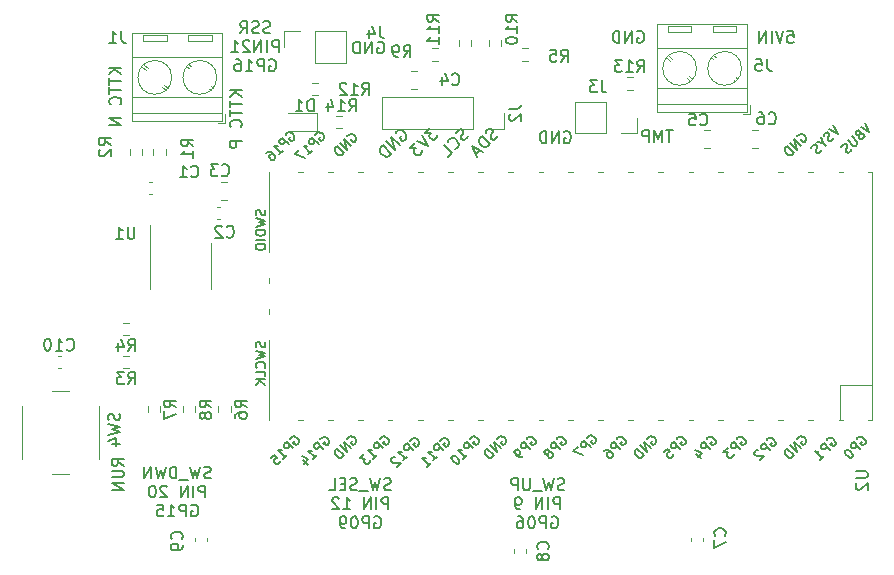
<source format=gbr>
%TF.GenerationSoftware,KiCad,Pcbnew,(6.0.5)*%
%TF.CreationDate,2022-09-22T22:10:40-04:00*%
%TF.ProjectId,HotplateController,486f7470-6c61-4746-9543-6f6e74726f6c,rev?*%
%TF.SameCoordinates,Original*%
%TF.FileFunction,Legend,Bot*%
%TF.FilePolarity,Positive*%
%FSLAX46Y46*%
G04 Gerber Fmt 4.6, Leading zero omitted, Abs format (unit mm)*
G04 Created by KiCad (PCBNEW (6.0.5)) date 2022-09-22 22:10:40*
%MOMM*%
%LPD*%
G01*
G04 APERTURE LIST*
%ADD10C,0.150000*%
%ADD11C,0.120000*%
G04 APERTURE END LIST*
D10*
X98561904Y-116994761D02*
X98419047Y-117042380D01*
X98180952Y-117042380D01*
X98085714Y-116994761D01*
X98038095Y-116947142D01*
X97990476Y-116851904D01*
X97990476Y-116756666D01*
X98038095Y-116661428D01*
X98085714Y-116613809D01*
X98180952Y-116566190D01*
X98371428Y-116518571D01*
X98466666Y-116470952D01*
X98514285Y-116423333D01*
X98561904Y-116328095D01*
X98561904Y-116232857D01*
X98514285Y-116137619D01*
X98466666Y-116090000D01*
X98371428Y-116042380D01*
X98133333Y-116042380D01*
X97990476Y-116090000D01*
X97657142Y-116042380D02*
X97419047Y-117042380D01*
X97228571Y-116328095D01*
X97038095Y-117042380D01*
X96800000Y-116042380D01*
X96657142Y-117137619D02*
X95895238Y-117137619D01*
X95657142Y-116042380D02*
X95657142Y-116851904D01*
X95609523Y-116947142D01*
X95561904Y-116994761D01*
X95466666Y-117042380D01*
X95276190Y-117042380D01*
X95180952Y-116994761D01*
X95133333Y-116947142D01*
X95085714Y-116851904D01*
X95085714Y-116042380D01*
X94609523Y-117042380D02*
X94609523Y-116042380D01*
X94228571Y-116042380D01*
X94133333Y-116090000D01*
X94085714Y-116137619D01*
X94038095Y-116232857D01*
X94038095Y-116375714D01*
X94085714Y-116470952D01*
X94133333Y-116518571D01*
X94228571Y-116566190D01*
X94609523Y-116566190D01*
X98180952Y-118652380D02*
X98180952Y-117652380D01*
X97800000Y-117652380D01*
X97704761Y-117700000D01*
X97657142Y-117747619D01*
X97609523Y-117842857D01*
X97609523Y-117985714D01*
X97657142Y-118080952D01*
X97704761Y-118128571D01*
X97800000Y-118176190D01*
X98180952Y-118176190D01*
X97180952Y-118652380D02*
X97180952Y-117652380D01*
X96704761Y-118652380D02*
X96704761Y-117652380D01*
X96133333Y-118652380D01*
X96133333Y-117652380D01*
X94847619Y-118652380D02*
X94657142Y-118652380D01*
X94561904Y-118604761D01*
X94514285Y-118557142D01*
X94419047Y-118414285D01*
X94371428Y-118223809D01*
X94371428Y-117842857D01*
X94419047Y-117747619D01*
X94466666Y-117700000D01*
X94561904Y-117652380D01*
X94752380Y-117652380D01*
X94847619Y-117700000D01*
X94895238Y-117747619D01*
X94942857Y-117842857D01*
X94942857Y-118080952D01*
X94895238Y-118176190D01*
X94847619Y-118223809D01*
X94752380Y-118271428D01*
X94561904Y-118271428D01*
X94466666Y-118223809D01*
X94419047Y-118176190D01*
X94371428Y-118080952D01*
X97490476Y-119310000D02*
X97585714Y-119262380D01*
X97728571Y-119262380D01*
X97871428Y-119310000D01*
X97966666Y-119405238D01*
X98014285Y-119500476D01*
X98061904Y-119690952D01*
X98061904Y-119833809D01*
X98014285Y-120024285D01*
X97966666Y-120119523D01*
X97871428Y-120214761D01*
X97728571Y-120262380D01*
X97633333Y-120262380D01*
X97490476Y-120214761D01*
X97442857Y-120167142D01*
X97442857Y-119833809D01*
X97633333Y-119833809D01*
X97014285Y-120262380D02*
X97014285Y-119262380D01*
X96633333Y-119262380D01*
X96538095Y-119310000D01*
X96490476Y-119357619D01*
X96442857Y-119452857D01*
X96442857Y-119595714D01*
X96490476Y-119690952D01*
X96538095Y-119738571D01*
X96633333Y-119786190D01*
X97014285Y-119786190D01*
X95823809Y-119262380D02*
X95728571Y-119262380D01*
X95633333Y-119310000D01*
X95585714Y-119357619D01*
X95538095Y-119452857D01*
X95490476Y-119643333D01*
X95490476Y-119881428D01*
X95538095Y-120071904D01*
X95585714Y-120167142D01*
X95633333Y-120214761D01*
X95728571Y-120262380D01*
X95823809Y-120262380D01*
X95919047Y-120214761D01*
X95966666Y-120167142D01*
X96014285Y-120071904D01*
X96061904Y-119881428D01*
X96061904Y-119643333D01*
X96014285Y-119452857D01*
X95966666Y-119357619D01*
X95919047Y-119310000D01*
X95823809Y-119262380D01*
X94633333Y-119262380D02*
X94823809Y-119262380D01*
X94919047Y-119310000D01*
X94966666Y-119357619D01*
X95061904Y-119500476D01*
X95109523Y-119690952D01*
X95109523Y-120071904D01*
X95061904Y-120167142D01*
X95014285Y-120214761D01*
X94919047Y-120262380D01*
X94728571Y-120262380D01*
X94633333Y-120214761D01*
X94585714Y-120167142D01*
X94538095Y-120071904D01*
X94538095Y-119833809D01*
X94585714Y-119738571D01*
X94633333Y-119690952D01*
X94728571Y-119643333D01*
X94919047Y-119643333D01*
X95014285Y-119690952D01*
X95061904Y-119738571D01*
X95109523Y-119833809D01*
X82761904Y-79100000D02*
X82857142Y-79052380D01*
X83000000Y-79052380D01*
X83142857Y-79100000D01*
X83238095Y-79195238D01*
X83285714Y-79290476D01*
X83333333Y-79480952D01*
X83333333Y-79623809D01*
X83285714Y-79814285D01*
X83238095Y-79909523D01*
X83142857Y-80004761D01*
X83000000Y-80052380D01*
X82904761Y-80052380D01*
X82761904Y-80004761D01*
X82714285Y-79957142D01*
X82714285Y-79623809D01*
X82904761Y-79623809D01*
X82285714Y-80052380D02*
X82285714Y-79052380D01*
X81714285Y-80052380D01*
X81714285Y-79052380D01*
X81238095Y-80052380D02*
X81238095Y-79052380D01*
X81000000Y-79052380D01*
X80857142Y-79100000D01*
X80761904Y-79195238D01*
X80714285Y-79290476D01*
X80666666Y-79480952D01*
X80666666Y-79623809D01*
X80714285Y-79814285D01*
X80761904Y-79909523D01*
X80857142Y-80004761D01*
X81000000Y-80052380D01*
X81238095Y-80052380D01*
X87188240Y-86337309D02*
X86750507Y-86775042D01*
X87255583Y-86808713D01*
X87154568Y-86909729D01*
X87120896Y-87010744D01*
X87120896Y-87078087D01*
X87154568Y-87179103D01*
X87322927Y-87347461D01*
X87423942Y-87381133D01*
X87491286Y-87381133D01*
X87592301Y-87347461D01*
X87794331Y-87145431D01*
X87828003Y-87044416D01*
X87828003Y-86977072D01*
X86548477Y-86977072D02*
X87019881Y-87919881D01*
X86077072Y-87448477D01*
X85908713Y-87616835D02*
X85470981Y-88054568D01*
X85976057Y-88088240D01*
X85875042Y-88189255D01*
X85841370Y-88290270D01*
X85841370Y-88357614D01*
X85875042Y-88458629D01*
X86043400Y-88626988D01*
X86144416Y-88660660D01*
X86211759Y-88660660D01*
X86312774Y-88626988D01*
X86514805Y-88424957D01*
X86548477Y-88323942D01*
X86548477Y-88256599D01*
X61052380Y-81271428D02*
X60052380Y-81271428D01*
X61052380Y-81842857D02*
X60480952Y-81414285D01*
X60052380Y-81842857D02*
X60623809Y-81271428D01*
X60052380Y-82128571D02*
X60052380Y-82700000D01*
X61052380Y-82414285D02*
X60052380Y-82414285D01*
X60052380Y-82890476D02*
X60052380Y-83461904D01*
X61052380Y-83176190D02*
X60052380Y-83176190D01*
X60957142Y-84366666D02*
X61004761Y-84319047D01*
X61052380Y-84176190D01*
X61052380Y-84080952D01*
X61004761Y-83938095D01*
X60909523Y-83842857D01*
X60814285Y-83795238D01*
X60623809Y-83747619D01*
X60480952Y-83747619D01*
X60290476Y-83795238D01*
X60195238Y-83842857D01*
X60100000Y-83938095D01*
X60052380Y-84080952D01*
X60052380Y-84176190D01*
X60100000Y-84319047D01*
X60147619Y-84366666D01*
X61052380Y-85557142D02*
X60052380Y-85557142D01*
X61052380Y-86128571D01*
X60052380Y-86128571D01*
X107757142Y-86552380D02*
X107185714Y-86552380D01*
X107471428Y-87552380D02*
X107471428Y-86552380D01*
X106852380Y-87552380D02*
X106852380Y-86552380D01*
X106519047Y-87266666D01*
X106185714Y-86552380D01*
X106185714Y-87552380D01*
X105709523Y-87552380D02*
X105709523Y-86552380D01*
X105328571Y-86552380D01*
X105233333Y-86600000D01*
X105185714Y-86647619D01*
X105138095Y-86742857D01*
X105138095Y-86885714D01*
X105185714Y-86980952D01*
X105233333Y-87028571D01*
X105328571Y-87076190D01*
X105709523Y-87076190D01*
X84285194Y-86807698D02*
X84318866Y-86706683D01*
X84419881Y-86605668D01*
X84554568Y-86538324D01*
X84689255Y-86538324D01*
X84790270Y-86571996D01*
X84958629Y-86673011D01*
X85059644Y-86774026D01*
X85160660Y-86942385D01*
X85194331Y-87043400D01*
X85194331Y-87178087D01*
X85126988Y-87312774D01*
X85059644Y-87380118D01*
X84924957Y-87447461D01*
X84857614Y-87447461D01*
X84621912Y-87211759D01*
X84756599Y-87077072D01*
X84621912Y-87817851D02*
X83914805Y-87110744D01*
X84217851Y-88221912D01*
X83510744Y-87514805D01*
X83881133Y-88558629D02*
X83174026Y-87851522D01*
X83005668Y-88019881D01*
X82938324Y-88154568D01*
X82938324Y-88289255D01*
X82971996Y-88390270D01*
X83073011Y-88558629D01*
X83174026Y-88659644D01*
X83342385Y-88760660D01*
X83443400Y-88794331D01*
X83578087Y-88794331D01*
X83712774Y-88726988D01*
X83881133Y-88558629D01*
X68633333Y-115994761D02*
X68490476Y-116042380D01*
X68252380Y-116042380D01*
X68157142Y-115994761D01*
X68109523Y-115947142D01*
X68061904Y-115851904D01*
X68061904Y-115756666D01*
X68109523Y-115661428D01*
X68157142Y-115613809D01*
X68252380Y-115566190D01*
X68442857Y-115518571D01*
X68538095Y-115470952D01*
X68585714Y-115423333D01*
X68633333Y-115328095D01*
X68633333Y-115232857D01*
X68585714Y-115137619D01*
X68538095Y-115090000D01*
X68442857Y-115042380D01*
X68204761Y-115042380D01*
X68061904Y-115090000D01*
X67728571Y-115042380D02*
X67490476Y-116042380D01*
X67300000Y-115328095D01*
X67109523Y-116042380D01*
X66871428Y-115042380D01*
X66728571Y-116137619D02*
X65966666Y-116137619D01*
X65728571Y-116042380D02*
X65728571Y-115042380D01*
X65490476Y-115042380D01*
X65347619Y-115090000D01*
X65252380Y-115185238D01*
X65204761Y-115280476D01*
X65157142Y-115470952D01*
X65157142Y-115613809D01*
X65204761Y-115804285D01*
X65252380Y-115899523D01*
X65347619Y-115994761D01*
X65490476Y-116042380D01*
X65728571Y-116042380D01*
X64823809Y-115042380D02*
X64585714Y-116042380D01*
X64395238Y-115328095D01*
X64204761Y-116042380D01*
X63966666Y-115042380D01*
X63585714Y-116042380D02*
X63585714Y-115042380D01*
X63014285Y-116042380D01*
X63014285Y-115042380D01*
X68157142Y-117652380D02*
X68157142Y-116652380D01*
X67776190Y-116652380D01*
X67680952Y-116700000D01*
X67633333Y-116747619D01*
X67585714Y-116842857D01*
X67585714Y-116985714D01*
X67633333Y-117080952D01*
X67680952Y-117128571D01*
X67776190Y-117176190D01*
X68157142Y-117176190D01*
X67157142Y-117652380D02*
X67157142Y-116652380D01*
X66680952Y-117652380D02*
X66680952Y-116652380D01*
X66109523Y-117652380D01*
X66109523Y-116652380D01*
X64919047Y-116747619D02*
X64871428Y-116700000D01*
X64776190Y-116652380D01*
X64538095Y-116652380D01*
X64442857Y-116700000D01*
X64395238Y-116747619D01*
X64347619Y-116842857D01*
X64347619Y-116938095D01*
X64395238Y-117080952D01*
X64966666Y-117652380D01*
X64347619Y-117652380D01*
X63728571Y-116652380D02*
X63633333Y-116652380D01*
X63538095Y-116700000D01*
X63490476Y-116747619D01*
X63442857Y-116842857D01*
X63395238Y-117033333D01*
X63395238Y-117271428D01*
X63442857Y-117461904D01*
X63490476Y-117557142D01*
X63538095Y-117604761D01*
X63633333Y-117652380D01*
X63728571Y-117652380D01*
X63823809Y-117604761D01*
X63871428Y-117557142D01*
X63919047Y-117461904D01*
X63966666Y-117271428D01*
X63966666Y-117033333D01*
X63919047Y-116842857D01*
X63871428Y-116747619D01*
X63823809Y-116700000D01*
X63728571Y-116652380D01*
X66990476Y-118310000D02*
X67085714Y-118262380D01*
X67228571Y-118262380D01*
X67371428Y-118310000D01*
X67466666Y-118405238D01*
X67514285Y-118500476D01*
X67561904Y-118690952D01*
X67561904Y-118833809D01*
X67514285Y-119024285D01*
X67466666Y-119119523D01*
X67371428Y-119214761D01*
X67228571Y-119262380D01*
X67133333Y-119262380D01*
X66990476Y-119214761D01*
X66942857Y-119167142D01*
X66942857Y-118833809D01*
X67133333Y-118833809D01*
X66514285Y-119262380D02*
X66514285Y-118262380D01*
X66133333Y-118262380D01*
X66038095Y-118310000D01*
X65990476Y-118357619D01*
X65942857Y-118452857D01*
X65942857Y-118595714D01*
X65990476Y-118690952D01*
X66038095Y-118738571D01*
X66133333Y-118786190D01*
X66514285Y-118786190D01*
X64990476Y-119262380D02*
X65561904Y-119262380D01*
X65276190Y-119262380D02*
X65276190Y-118262380D01*
X65371428Y-118405238D01*
X65466666Y-118500476D01*
X65561904Y-118548095D01*
X64085714Y-118262380D02*
X64561904Y-118262380D01*
X64609523Y-118738571D01*
X64561904Y-118690952D01*
X64466666Y-118643333D01*
X64228571Y-118643333D01*
X64133333Y-118690952D01*
X64085714Y-118738571D01*
X64038095Y-118833809D01*
X64038095Y-119071904D01*
X64085714Y-119167142D01*
X64133333Y-119214761D01*
X64228571Y-119262380D01*
X64466666Y-119262380D01*
X64561904Y-119214761D01*
X64609523Y-119167142D01*
X90428003Y-87044416D02*
X90360660Y-87179103D01*
X90192301Y-87347461D01*
X90091286Y-87381133D01*
X90023942Y-87381133D01*
X89922927Y-87347461D01*
X89855583Y-87280118D01*
X89821912Y-87179103D01*
X89821912Y-87111759D01*
X89855583Y-87010744D01*
X89956599Y-86842385D01*
X89990270Y-86741370D01*
X89990270Y-86674026D01*
X89956599Y-86573011D01*
X89889255Y-86505668D01*
X89788240Y-86471996D01*
X89720896Y-86471996D01*
X89619881Y-86505668D01*
X89451522Y-86674026D01*
X89384179Y-86808713D01*
X89283164Y-88121912D02*
X89350507Y-88121912D01*
X89485194Y-88054568D01*
X89552538Y-87987225D01*
X89619881Y-87852538D01*
X89619881Y-87717851D01*
X89586209Y-87616835D01*
X89485194Y-87448477D01*
X89384179Y-87347461D01*
X89215820Y-87246446D01*
X89114805Y-87212774D01*
X88980118Y-87212774D01*
X88845431Y-87280118D01*
X88778087Y-87347461D01*
X88710744Y-87482148D01*
X88710744Y-87549492D01*
X88710744Y-88829018D02*
X89047461Y-88492301D01*
X88340355Y-87785194D01*
X98561904Y-86700000D02*
X98657142Y-86652380D01*
X98800000Y-86652380D01*
X98942857Y-86700000D01*
X99038095Y-86795238D01*
X99085714Y-86890476D01*
X99133333Y-87080952D01*
X99133333Y-87223809D01*
X99085714Y-87414285D01*
X99038095Y-87509523D01*
X98942857Y-87604761D01*
X98800000Y-87652380D01*
X98704761Y-87652380D01*
X98561904Y-87604761D01*
X98514285Y-87557142D01*
X98514285Y-87223809D01*
X98704761Y-87223809D01*
X98085714Y-87652380D02*
X98085714Y-86652380D01*
X97514285Y-87652380D01*
X97514285Y-86652380D01*
X97038095Y-87652380D02*
X97038095Y-86652380D01*
X96800000Y-86652380D01*
X96657142Y-86700000D01*
X96561904Y-86795238D01*
X96514285Y-86890476D01*
X96466666Y-87080952D01*
X96466666Y-87223809D01*
X96514285Y-87414285D01*
X96561904Y-87509523D01*
X96657142Y-87604761D01*
X96800000Y-87652380D01*
X97038095Y-87652380D01*
X92944839Y-87027580D02*
X92877496Y-87162267D01*
X92709137Y-87330625D01*
X92608122Y-87364297D01*
X92540778Y-87364297D01*
X92439763Y-87330625D01*
X92372419Y-87263282D01*
X92338748Y-87162267D01*
X92338748Y-87094923D01*
X92372419Y-86993908D01*
X92473435Y-86825549D01*
X92507106Y-86724534D01*
X92507106Y-86657190D01*
X92473435Y-86556175D01*
X92406091Y-86488832D01*
X92305076Y-86455160D01*
X92237732Y-86455160D01*
X92136717Y-86488832D01*
X91968358Y-86657190D01*
X91901015Y-86791877D01*
X92271404Y-87768358D02*
X91564297Y-87061251D01*
X91395938Y-87229610D01*
X91328595Y-87364297D01*
X91328595Y-87498984D01*
X91362267Y-87600000D01*
X91463282Y-87768358D01*
X91564297Y-87869374D01*
X91732656Y-87970389D01*
X91833671Y-88004061D01*
X91968358Y-88004061D01*
X92103045Y-87936717D01*
X92271404Y-87768358D01*
X91395938Y-88239763D02*
X91059221Y-88576480D01*
X91665312Y-88374450D02*
X90722503Y-87903045D01*
X91193908Y-88845854D01*
X83871428Y-116994761D02*
X83728571Y-117042380D01*
X83490476Y-117042380D01*
X83395238Y-116994761D01*
X83347619Y-116947142D01*
X83300000Y-116851904D01*
X83300000Y-116756666D01*
X83347619Y-116661428D01*
X83395238Y-116613809D01*
X83490476Y-116566190D01*
X83680952Y-116518571D01*
X83776190Y-116470952D01*
X83823809Y-116423333D01*
X83871428Y-116328095D01*
X83871428Y-116232857D01*
X83823809Y-116137619D01*
X83776190Y-116090000D01*
X83680952Y-116042380D01*
X83442857Y-116042380D01*
X83300000Y-116090000D01*
X82966666Y-116042380D02*
X82728571Y-117042380D01*
X82538095Y-116328095D01*
X82347619Y-117042380D01*
X82109523Y-116042380D01*
X81966666Y-117137619D02*
X81204761Y-117137619D01*
X81014285Y-116994761D02*
X80871428Y-117042380D01*
X80633333Y-117042380D01*
X80538095Y-116994761D01*
X80490476Y-116947142D01*
X80442857Y-116851904D01*
X80442857Y-116756666D01*
X80490476Y-116661428D01*
X80538095Y-116613809D01*
X80633333Y-116566190D01*
X80823809Y-116518571D01*
X80919047Y-116470952D01*
X80966666Y-116423333D01*
X81014285Y-116328095D01*
X81014285Y-116232857D01*
X80966666Y-116137619D01*
X80919047Y-116090000D01*
X80823809Y-116042380D01*
X80585714Y-116042380D01*
X80442857Y-116090000D01*
X80014285Y-116518571D02*
X79680952Y-116518571D01*
X79538095Y-117042380D02*
X80014285Y-117042380D01*
X80014285Y-116042380D01*
X79538095Y-116042380D01*
X78633333Y-117042380D02*
X79109523Y-117042380D01*
X79109523Y-116042380D01*
X83657142Y-118652380D02*
X83657142Y-117652380D01*
X83276190Y-117652380D01*
X83180952Y-117700000D01*
X83133333Y-117747619D01*
X83085714Y-117842857D01*
X83085714Y-117985714D01*
X83133333Y-118080952D01*
X83180952Y-118128571D01*
X83276190Y-118176190D01*
X83657142Y-118176190D01*
X82657142Y-118652380D02*
X82657142Y-117652380D01*
X82180952Y-118652380D02*
X82180952Y-117652380D01*
X81609523Y-118652380D01*
X81609523Y-117652380D01*
X79847619Y-118652380D02*
X80419047Y-118652380D01*
X80133333Y-118652380D02*
X80133333Y-117652380D01*
X80228571Y-117795238D01*
X80323809Y-117890476D01*
X80419047Y-117938095D01*
X79466666Y-117747619D02*
X79419047Y-117700000D01*
X79323809Y-117652380D01*
X79085714Y-117652380D01*
X78990476Y-117700000D01*
X78942857Y-117747619D01*
X78895238Y-117842857D01*
X78895238Y-117938095D01*
X78942857Y-118080952D01*
X79514285Y-118652380D01*
X78895238Y-118652380D01*
X82490476Y-119310000D02*
X82585714Y-119262380D01*
X82728571Y-119262380D01*
X82871428Y-119310000D01*
X82966666Y-119405238D01*
X83014285Y-119500476D01*
X83061904Y-119690952D01*
X83061904Y-119833809D01*
X83014285Y-120024285D01*
X82966666Y-120119523D01*
X82871428Y-120214761D01*
X82728571Y-120262380D01*
X82633333Y-120262380D01*
X82490476Y-120214761D01*
X82442857Y-120167142D01*
X82442857Y-119833809D01*
X82633333Y-119833809D01*
X82014285Y-120262380D02*
X82014285Y-119262380D01*
X81633333Y-119262380D01*
X81538095Y-119310000D01*
X81490476Y-119357619D01*
X81442857Y-119452857D01*
X81442857Y-119595714D01*
X81490476Y-119690952D01*
X81538095Y-119738571D01*
X81633333Y-119786190D01*
X82014285Y-119786190D01*
X80823809Y-119262380D02*
X80728571Y-119262380D01*
X80633333Y-119310000D01*
X80585714Y-119357619D01*
X80538095Y-119452857D01*
X80490476Y-119643333D01*
X80490476Y-119881428D01*
X80538095Y-120071904D01*
X80585714Y-120167142D01*
X80633333Y-120214761D01*
X80728571Y-120262380D01*
X80823809Y-120262380D01*
X80919047Y-120214761D01*
X80966666Y-120167142D01*
X81014285Y-120071904D01*
X81061904Y-119881428D01*
X81061904Y-119643333D01*
X81014285Y-119452857D01*
X80966666Y-119357619D01*
X80919047Y-119310000D01*
X80823809Y-119262380D01*
X80014285Y-120262380D02*
X79823809Y-120262380D01*
X79728571Y-120214761D01*
X79680952Y-120167142D01*
X79585714Y-120024285D01*
X79538095Y-119833809D01*
X79538095Y-119452857D01*
X79585714Y-119357619D01*
X79633333Y-119310000D01*
X79728571Y-119262380D01*
X79919047Y-119262380D01*
X80014285Y-119310000D01*
X80061904Y-119357619D01*
X80109523Y-119452857D01*
X80109523Y-119690952D01*
X80061904Y-119786190D01*
X80014285Y-119833809D01*
X79919047Y-119881428D01*
X79728571Y-119881428D01*
X79633333Y-119833809D01*
X79585714Y-119786190D01*
X79538095Y-119690952D01*
X117452380Y-78152380D02*
X117928571Y-78152380D01*
X117976190Y-78628571D01*
X117928571Y-78580952D01*
X117833333Y-78533333D01*
X117595238Y-78533333D01*
X117500000Y-78580952D01*
X117452380Y-78628571D01*
X117404761Y-78723809D01*
X117404761Y-78961904D01*
X117452380Y-79057142D01*
X117500000Y-79104761D01*
X117595238Y-79152380D01*
X117833333Y-79152380D01*
X117928571Y-79104761D01*
X117976190Y-79057142D01*
X117119047Y-78152380D02*
X116785714Y-79152380D01*
X116452380Y-78152380D01*
X116119047Y-79152380D02*
X116119047Y-78152380D01*
X115642857Y-79152380D02*
X115642857Y-78152380D01*
X115071428Y-79152380D01*
X115071428Y-78152380D01*
X104761904Y-78200000D02*
X104857142Y-78152380D01*
X105000000Y-78152380D01*
X105142857Y-78200000D01*
X105238095Y-78295238D01*
X105285714Y-78390476D01*
X105333333Y-78580952D01*
X105333333Y-78723809D01*
X105285714Y-78914285D01*
X105238095Y-79009523D01*
X105142857Y-79104761D01*
X105000000Y-79152380D01*
X104904761Y-79152380D01*
X104761904Y-79104761D01*
X104714285Y-79057142D01*
X104714285Y-78723809D01*
X104904761Y-78723809D01*
X104285714Y-79152380D02*
X104285714Y-78152380D01*
X103714285Y-79152380D01*
X103714285Y-78152380D01*
X103238095Y-79152380D02*
X103238095Y-78152380D01*
X103000000Y-78152380D01*
X102857142Y-78200000D01*
X102761904Y-78295238D01*
X102714285Y-78390476D01*
X102666666Y-78580952D01*
X102666666Y-78723809D01*
X102714285Y-78914285D01*
X102761904Y-79009523D01*
X102857142Y-79104761D01*
X103000000Y-79152380D01*
X103238095Y-79152380D01*
X71252380Y-83195238D02*
X70252380Y-83195238D01*
X71252380Y-83766666D02*
X70680952Y-83338095D01*
X70252380Y-83766666D02*
X70823809Y-83195238D01*
X70252380Y-84052380D02*
X70252380Y-84623809D01*
X71252380Y-84338095D02*
X70252380Y-84338095D01*
X70252380Y-84814285D02*
X70252380Y-85385714D01*
X71252380Y-85100000D02*
X70252380Y-85100000D01*
X71157142Y-86290476D02*
X71204761Y-86242857D01*
X71252380Y-86100000D01*
X71252380Y-86004761D01*
X71204761Y-85861904D01*
X71109523Y-85766666D01*
X71014285Y-85719047D01*
X70823809Y-85671428D01*
X70680952Y-85671428D01*
X70490476Y-85719047D01*
X70395238Y-85766666D01*
X70300000Y-85861904D01*
X70252380Y-86004761D01*
X70252380Y-86100000D01*
X70300000Y-86242857D01*
X70347619Y-86290476D01*
X71252380Y-87480952D02*
X70252380Y-87480952D01*
X70252380Y-87861904D01*
X70300000Y-87957142D01*
X70347619Y-88004761D01*
X70442857Y-88052380D01*
X70585714Y-88052380D01*
X70680952Y-88004761D01*
X70728571Y-87957142D01*
X70776190Y-87861904D01*
X70776190Y-87480952D01*
X73661904Y-78294761D02*
X73519047Y-78342380D01*
X73280952Y-78342380D01*
X73185714Y-78294761D01*
X73138095Y-78247142D01*
X73090476Y-78151904D01*
X73090476Y-78056666D01*
X73138095Y-77961428D01*
X73185714Y-77913809D01*
X73280952Y-77866190D01*
X73471428Y-77818571D01*
X73566666Y-77770952D01*
X73614285Y-77723333D01*
X73661904Y-77628095D01*
X73661904Y-77532857D01*
X73614285Y-77437619D01*
X73566666Y-77390000D01*
X73471428Y-77342380D01*
X73233333Y-77342380D01*
X73090476Y-77390000D01*
X72709523Y-78294761D02*
X72566666Y-78342380D01*
X72328571Y-78342380D01*
X72233333Y-78294761D01*
X72185714Y-78247142D01*
X72138095Y-78151904D01*
X72138095Y-78056666D01*
X72185714Y-77961428D01*
X72233333Y-77913809D01*
X72328571Y-77866190D01*
X72519047Y-77818571D01*
X72614285Y-77770952D01*
X72661904Y-77723333D01*
X72709523Y-77628095D01*
X72709523Y-77532857D01*
X72661904Y-77437619D01*
X72614285Y-77390000D01*
X72519047Y-77342380D01*
X72280952Y-77342380D01*
X72138095Y-77390000D01*
X71138095Y-78342380D02*
X71471428Y-77866190D01*
X71709523Y-78342380D02*
X71709523Y-77342380D01*
X71328571Y-77342380D01*
X71233333Y-77390000D01*
X71185714Y-77437619D01*
X71138095Y-77532857D01*
X71138095Y-77675714D01*
X71185714Y-77770952D01*
X71233333Y-77818571D01*
X71328571Y-77866190D01*
X71709523Y-77866190D01*
X74376190Y-79952380D02*
X74376190Y-78952380D01*
X73995238Y-78952380D01*
X73900000Y-79000000D01*
X73852380Y-79047619D01*
X73804761Y-79142857D01*
X73804761Y-79285714D01*
X73852380Y-79380952D01*
X73900000Y-79428571D01*
X73995238Y-79476190D01*
X74376190Y-79476190D01*
X73376190Y-79952380D02*
X73376190Y-78952380D01*
X72900000Y-79952380D02*
X72900000Y-78952380D01*
X72328571Y-79952380D01*
X72328571Y-78952380D01*
X71900000Y-79047619D02*
X71852380Y-79000000D01*
X71757142Y-78952380D01*
X71519047Y-78952380D01*
X71423809Y-79000000D01*
X71376190Y-79047619D01*
X71328571Y-79142857D01*
X71328571Y-79238095D01*
X71376190Y-79380952D01*
X71947619Y-79952380D01*
X71328571Y-79952380D01*
X70376190Y-79952380D02*
X70947619Y-79952380D01*
X70661904Y-79952380D02*
X70661904Y-78952380D01*
X70757142Y-79095238D01*
X70852380Y-79190476D01*
X70947619Y-79238095D01*
X73590476Y-80610000D02*
X73685714Y-80562380D01*
X73828571Y-80562380D01*
X73971428Y-80610000D01*
X74066666Y-80705238D01*
X74114285Y-80800476D01*
X74161904Y-80990952D01*
X74161904Y-81133809D01*
X74114285Y-81324285D01*
X74066666Y-81419523D01*
X73971428Y-81514761D01*
X73828571Y-81562380D01*
X73733333Y-81562380D01*
X73590476Y-81514761D01*
X73542857Y-81467142D01*
X73542857Y-81133809D01*
X73733333Y-81133809D01*
X73114285Y-81562380D02*
X73114285Y-80562380D01*
X72733333Y-80562380D01*
X72638095Y-80610000D01*
X72590476Y-80657619D01*
X72542857Y-80752857D01*
X72542857Y-80895714D01*
X72590476Y-80990952D01*
X72638095Y-81038571D01*
X72733333Y-81086190D01*
X73114285Y-81086190D01*
X71590476Y-81562380D02*
X72161904Y-81562380D01*
X71876190Y-81562380D02*
X71876190Y-80562380D01*
X71971428Y-80705238D01*
X72066666Y-80800476D01*
X72161904Y-80848095D01*
X70733333Y-80562380D02*
X70923809Y-80562380D01*
X71019047Y-80610000D01*
X71066666Y-80657619D01*
X71161904Y-80800476D01*
X71209523Y-80990952D01*
X71209523Y-81371904D01*
X71161904Y-81467142D01*
X71114285Y-81514761D01*
X71019047Y-81562380D01*
X70828571Y-81562380D01*
X70733333Y-81514761D01*
X70685714Y-81467142D01*
X70638095Y-81371904D01*
X70638095Y-81133809D01*
X70685714Y-81038571D01*
X70733333Y-80990952D01*
X70828571Y-80943333D01*
X71019047Y-80943333D01*
X71114285Y-80990952D01*
X71161904Y-81038571D01*
X71209523Y-81133809D01*
X61252380Y-114961904D02*
X60776190Y-114628571D01*
X61252380Y-114390476D02*
X60252380Y-114390476D01*
X60252380Y-114771428D01*
X60300000Y-114866666D01*
X60347619Y-114914285D01*
X60442857Y-114961904D01*
X60585714Y-114961904D01*
X60680952Y-114914285D01*
X60728571Y-114866666D01*
X60776190Y-114771428D01*
X60776190Y-114390476D01*
X60252380Y-115390476D02*
X61061904Y-115390476D01*
X61157142Y-115438095D01*
X61204761Y-115485714D01*
X61252380Y-115580952D01*
X61252380Y-115771428D01*
X61204761Y-115866666D01*
X61157142Y-115914285D01*
X61061904Y-115961904D01*
X60252380Y-115961904D01*
X61252380Y-116438095D02*
X60252380Y-116438095D01*
X61252380Y-117009523D01*
X60252380Y-117009523D01*
%TO.C,C9*%
X66157142Y-121173913D02*
X66204761Y-121126294D01*
X66252380Y-120983437D01*
X66252380Y-120888199D01*
X66204761Y-120745341D01*
X66109523Y-120650103D01*
X66014285Y-120602484D01*
X65823809Y-120554865D01*
X65680952Y-120554865D01*
X65490476Y-120602484D01*
X65395238Y-120650103D01*
X65300000Y-120745341D01*
X65252380Y-120888199D01*
X65252380Y-120983437D01*
X65300000Y-121126294D01*
X65347619Y-121173913D01*
X66252380Y-121650103D02*
X66252380Y-121840580D01*
X66204761Y-121935818D01*
X66157142Y-121983437D01*
X66014285Y-122078675D01*
X65823809Y-122126294D01*
X65442857Y-122126294D01*
X65347619Y-122078675D01*
X65300000Y-122031056D01*
X65252380Y-121935818D01*
X65252380Y-121745341D01*
X65300000Y-121650103D01*
X65347619Y-121602484D01*
X65442857Y-121554865D01*
X65680952Y-121554865D01*
X65776190Y-121602484D01*
X65823809Y-121650103D01*
X65871428Y-121745341D01*
X65871428Y-121935818D01*
X65823809Y-122031056D01*
X65776190Y-122078675D01*
X65680952Y-122126294D01*
%TO.C,J5*%
X115733333Y-80552380D02*
X115733333Y-81266666D01*
X115780952Y-81409523D01*
X115876190Y-81504761D01*
X116019047Y-81552380D01*
X116114285Y-81552380D01*
X114780952Y-80552380D02*
X115257142Y-80552380D01*
X115304761Y-81028571D01*
X115257142Y-80980952D01*
X115161904Y-80933333D01*
X114923809Y-80933333D01*
X114828571Y-80980952D01*
X114780952Y-81028571D01*
X114733333Y-81123809D01*
X114733333Y-81361904D01*
X114780952Y-81457142D01*
X114828571Y-81504761D01*
X114923809Y-81552380D01*
X115161904Y-81552380D01*
X115257142Y-81504761D01*
X115304761Y-81457142D01*
%TO.C,C3*%
X69566666Y-90357142D02*
X69614285Y-90404761D01*
X69757142Y-90452380D01*
X69852380Y-90452380D01*
X69995238Y-90404761D01*
X70090476Y-90309523D01*
X70138095Y-90214285D01*
X70185714Y-90023809D01*
X70185714Y-89880952D01*
X70138095Y-89690476D01*
X70090476Y-89595238D01*
X69995238Y-89500000D01*
X69852380Y-89452380D01*
X69757142Y-89452380D01*
X69614285Y-89500000D01*
X69566666Y-89547619D01*
X69233333Y-89452380D02*
X68614285Y-89452380D01*
X68947619Y-89833333D01*
X68804761Y-89833333D01*
X68709523Y-89880952D01*
X68661904Y-89928571D01*
X68614285Y-90023809D01*
X68614285Y-90261904D01*
X68661904Y-90357142D01*
X68709523Y-90404761D01*
X68804761Y-90452380D01*
X69090476Y-90452380D01*
X69185714Y-90404761D01*
X69233333Y-90357142D01*
%TO.C,R8*%
X68682380Y-110033333D02*
X68206190Y-109700000D01*
X68682380Y-109461904D02*
X67682380Y-109461904D01*
X67682380Y-109842857D01*
X67730000Y-109938095D01*
X67777619Y-109985714D01*
X67872857Y-110033333D01*
X68015714Y-110033333D01*
X68110952Y-109985714D01*
X68158571Y-109938095D01*
X68206190Y-109842857D01*
X68206190Y-109461904D01*
X68110952Y-110604761D02*
X68063333Y-110509523D01*
X68015714Y-110461904D01*
X67920476Y-110414285D01*
X67872857Y-110414285D01*
X67777619Y-110461904D01*
X67730000Y-110509523D01*
X67682380Y-110604761D01*
X67682380Y-110795238D01*
X67730000Y-110890476D01*
X67777619Y-110938095D01*
X67872857Y-110985714D01*
X67920476Y-110985714D01*
X68015714Y-110938095D01*
X68063333Y-110890476D01*
X68110952Y-110795238D01*
X68110952Y-110604761D01*
X68158571Y-110509523D01*
X68206190Y-110461904D01*
X68301428Y-110414285D01*
X68491904Y-110414285D01*
X68587142Y-110461904D01*
X68634761Y-110509523D01*
X68682380Y-110604761D01*
X68682380Y-110795238D01*
X68634761Y-110890476D01*
X68587142Y-110938095D01*
X68491904Y-110985714D01*
X68301428Y-110985714D01*
X68206190Y-110938095D01*
X68158571Y-110890476D01*
X68110952Y-110795238D01*
%TO.C,U2*%
X123252380Y-115438095D02*
X124061904Y-115438095D01*
X124157142Y-115485714D01*
X124204761Y-115533333D01*
X124252380Y-115628571D01*
X124252380Y-115819047D01*
X124204761Y-115914285D01*
X124157142Y-115961904D01*
X124061904Y-116009523D01*
X123252380Y-116009523D01*
X123347619Y-116438095D02*
X123300000Y-116485714D01*
X123252380Y-116580952D01*
X123252380Y-116819047D01*
X123300000Y-116914285D01*
X123347619Y-116961904D01*
X123442857Y-117009523D01*
X123538095Y-117009523D01*
X123680952Y-116961904D01*
X124252380Y-116390476D01*
X124252380Y-117009523D01*
X92898155Y-112686158D02*
X92925093Y-112605346D01*
X93005905Y-112524534D01*
X93113654Y-112470659D01*
X93221404Y-112470659D01*
X93302216Y-112497597D01*
X93436903Y-112578409D01*
X93517715Y-112659221D01*
X93598528Y-112793908D01*
X93625465Y-112874720D01*
X93625465Y-112982470D01*
X93571590Y-113090219D01*
X93517715Y-113144094D01*
X93409966Y-113197969D01*
X93356091Y-113197969D01*
X93167529Y-113009407D01*
X93275279Y-112901658D01*
X93167529Y-113494280D02*
X92601844Y-112928595D01*
X92844280Y-113817529D01*
X92278595Y-113251844D01*
X92574906Y-114086903D02*
X92009221Y-113521218D01*
X91874534Y-113655905D01*
X91820659Y-113763654D01*
X91820659Y-113871404D01*
X91847597Y-113952216D01*
X91928409Y-114086903D01*
X92009221Y-114167715D01*
X92143908Y-114248528D01*
X92224720Y-114275465D01*
X92332470Y-114275465D01*
X92440219Y-114221590D01*
X92574906Y-114086903D01*
X118298155Y-87086158D02*
X118325093Y-87005346D01*
X118405905Y-86924534D01*
X118513654Y-86870659D01*
X118621404Y-86870659D01*
X118702216Y-86897597D01*
X118836903Y-86978409D01*
X118917715Y-87059221D01*
X118998528Y-87193908D01*
X119025465Y-87274720D01*
X119025465Y-87382470D01*
X118971590Y-87490219D01*
X118917715Y-87544094D01*
X118809966Y-87597969D01*
X118756091Y-87597969D01*
X118567529Y-87409407D01*
X118675279Y-87301658D01*
X118567529Y-87894280D02*
X118001844Y-87328595D01*
X118244280Y-88217529D01*
X117678595Y-87651844D01*
X117974906Y-88486903D02*
X117409221Y-87921218D01*
X117274534Y-88055905D01*
X117220659Y-88163654D01*
X117220659Y-88271404D01*
X117247597Y-88352216D01*
X117328409Y-88486903D01*
X117409221Y-88567715D01*
X117543908Y-88648528D01*
X117624720Y-88675465D01*
X117732470Y-88675465D01*
X117840219Y-88621590D01*
X117974906Y-88486903D01*
X77900592Y-112743722D02*
X77927529Y-112662910D01*
X78008341Y-112582097D01*
X78116091Y-112528223D01*
X78223841Y-112528223D01*
X78304653Y-112555160D01*
X78439340Y-112635972D01*
X78520152Y-112716784D01*
X78600964Y-112851471D01*
X78627902Y-112932284D01*
X78627902Y-113040033D01*
X78574027Y-113147783D01*
X78520152Y-113201658D01*
X78412402Y-113255532D01*
X78358528Y-113255532D01*
X78169966Y-113066971D01*
X78277715Y-112959221D01*
X78169966Y-113551844D02*
X77604280Y-112986158D01*
X77388781Y-113201658D01*
X77361844Y-113282470D01*
X77361844Y-113336345D01*
X77388781Y-113417157D01*
X77469593Y-113497969D01*
X77550406Y-113524906D01*
X77604280Y-113524906D01*
X77685093Y-113497969D01*
X77900592Y-113282470D01*
X77307969Y-114413841D02*
X77631218Y-114090592D01*
X77469593Y-114252216D02*
X76903908Y-113686531D01*
X77038595Y-113713468D01*
X77146345Y-113713468D01*
X77227157Y-113686531D01*
X76445972Y-114521590D02*
X76823096Y-114898714D01*
X76365160Y-114171404D02*
X76903908Y-114440778D01*
X76553722Y-114790964D01*
X100521218Y-112613096D02*
X100548155Y-112532284D01*
X100628967Y-112451471D01*
X100736717Y-112397597D01*
X100844467Y-112397597D01*
X100925279Y-112424534D01*
X101059966Y-112505346D01*
X101140778Y-112586158D01*
X101221590Y-112720845D01*
X101248528Y-112801658D01*
X101248528Y-112909407D01*
X101194653Y-113017157D01*
X101140778Y-113071032D01*
X101033028Y-113124906D01*
X100979154Y-113124906D01*
X100790592Y-112936345D01*
X100898341Y-112828595D01*
X100790592Y-113421218D02*
X100224906Y-112855532D01*
X100009407Y-113071032D01*
X99982470Y-113151844D01*
X99982470Y-113205719D01*
X100009407Y-113286531D01*
X100090219Y-113367343D01*
X100171032Y-113394280D01*
X100224906Y-113394280D01*
X100305719Y-113367343D01*
X100521218Y-113151844D01*
X99713096Y-113367343D02*
X99335972Y-113744467D01*
X100144094Y-114067715D01*
X73223809Y-104490476D02*
X73261904Y-104604761D01*
X73261904Y-104795238D01*
X73223809Y-104871428D01*
X73185714Y-104909523D01*
X73109523Y-104947619D01*
X73033333Y-104947619D01*
X72957142Y-104909523D01*
X72919047Y-104871428D01*
X72880952Y-104795238D01*
X72842857Y-104642857D01*
X72804761Y-104566666D01*
X72766666Y-104528571D01*
X72690476Y-104490476D01*
X72614285Y-104490476D01*
X72538095Y-104528571D01*
X72500000Y-104566666D01*
X72461904Y-104642857D01*
X72461904Y-104833333D01*
X72500000Y-104947619D01*
X72461904Y-105214285D02*
X73261904Y-105404761D01*
X72690476Y-105557142D01*
X73261904Y-105709523D01*
X72461904Y-105900000D01*
X73185714Y-106661904D02*
X73223809Y-106623809D01*
X73261904Y-106509523D01*
X73261904Y-106433333D01*
X73223809Y-106319047D01*
X73147619Y-106242857D01*
X73071428Y-106204761D01*
X72919047Y-106166666D01*
X72804761Y-106166666D01*
X72652380Y-106204761D01*
X72576190Y-106242857D01*
X72500000Y-106319047D01*
X72461904Y-106433333D01*
X72461904Y-106509523D01*
X72500000Y-106623809D01*
X72538095Y-106661904D01*
X73261904Y-107385714D02*
X73261904Y-107004761D01*
X72461904Y-107004761D01*
X73261904Y-107652380D02*
X72461904Y-107652380D01*
X73261904Y-108109523D02*
X72804761Y-107766666D01*
X72461904Y-108109523D02*
X72919047Y-107652380D01*
X115731218Y-112813096D02*
X115758155Y-112732284D01*
X115838967Y-112651471D01*
X115946717Y-112597597D01*
X116054467Y-112597597D01*
X116135279Y-112624534D01*
X116269966Y-112705346D01*
X116350778Y-112786158D01*
X116431590Y-112920845D01*
X116458528Y-113001658D01*
X116458528Y-113109407D01*
X116404653Y-113217157D01*
X116350778Y-113271032D01*
X116243028Y-113324906D01*
X116189154Y-113324906D01*
X116000592Y-113136345D01*
X116108341Y-113028595D01*
X116000592Y-113621218D02*
X115434906Y-113055532D01*
X115219407Y-113271032D01*
X115192470Y-113351844D01*
X115192470Y-113405719D01*
X115219407Y-113486531D01*
X115300219Y-113567343D01*
X115381032Y-113594280D01*
X115434906Y-113594280D01*
X115515719Y-113567343D01*
X115731218Y-113351844D01*
X114950033Y-113648155D02*
X114896158Y-113648155D01*
X114815346Y-113675093D01*
X114680659Y-113809780D01*
X114653722Y-113890592D01*
X114653722Y-113944467D01*
X114680659Y-114025279D01*
X114734534Y-114079154D01*
X114842284Y-114133028D01*
X115488781Y-114133028D01*
X115138595Y-114483215D01*
X80198155Y-87086158D02*
X80225093Y-87005346D01*
X80305905Y-86924534D01*
X80413654Y-86870659D01*
X80521404Y-86870659D01*
X80602216Y-86897597D01*
X80736903Y-86978409D01*
X80817715Y-87059221D01*
X80898528Y-87193908D01*
X80925465Y-87274720D01*
X80925465Y-87382470D01*
X80871590Y-87490219D01*
X80817715Y-87544094D01*
X80709966Y-87597969D01*
X80656091Y-87597969D01*
X80467529Y-87409407D01*
X80575279Y-87301658D01*
X80467529Y-87894280D02*
X79901844Y-87328595D01*
X80144280Y-88217529D01*
X79578595Y-87651844D01*
X79874906Y-88486903D02*
X79309221Y-87921218D01*
X79174534Y-88055905D01*
X79120659Y-88163654D01*
X79120659Y-88271404D01*
X79147597Y-88352216D01*
X79228409Y-88486903D01*
X79309221Y-88567715D01*
X79443908Y-88648528D01*
X79524720Y-88675465D01*
X79632470Y-88675465D01*
X79740219Y-88621590D01*
X79874906Y-88486903D01*
X123351218Y-112713096D02*
X123378155Y-112632284D01*
X123458967Y-112551471D01*
X123566717Y-112497597D01*
X123674467Y-112497597D01*
X123755279Y-112524534D01*
X123889966Y-112605346D01*
X123970778Y-112686158D01*
X124051590Y-112820845D01*
X124078528Y-112901658D01*
X124078528Y-113009407D01*
X124024653Y-113117157D01*
X123970778Y-113171032D01*
X123863028Y-113224906D01*
X123809154Y-113224906D01*
X123620592Y-113036345D01*
X123728341Y-112928595D01*
X123620592Y-113521218D02*
X123054906Y-112955532D01*
X122839407Y-113171032D01*
X122812470Y-113251844D01*
X122812470Y-113305719D01*
X122839407Y-113386531D01*
X122920219Y-113467343D01*
X123001032Y-113494280D01*
X123054906Y-113494280D01*
X123135719Y-113467343D01*
X123351218Y-113251844D01*
X122381471Y-113628967D02*
X122327597Y-113682842D01*
X122300659Y-113763654D01*
X122300659Y-113817529D01*
X122327597Y-113898341D01*
X122408409Y-114033028D01*
X122543096Y-114167715D01*
X122677783Y-114248528D01*
X122758595Y-114275465D01*
X122812470Y-114275465D01*
X122893282Y-114248528D01*
X122947157Y-114194653D01*
X122974094Y-114113841D01*
X122974094Y-114059966D01*
X122947157Y-113979154D01*
X122866345Y-113844467D01*
X122731658Y-113709780D01*
X122596971Y-113628967D01*
X122516158Y-113602030D01*
X122462284Y-113602030D01*
X122381471Y-113628967D01*
X120821218Y-112813096D02*
X120848155Y-112732284D01*
X120928967Y-112651471D01*
X121036717Y-112597597D01*
X121144467Y-112597597D01*
X121225279Y-112624534D01*
X121359966Y-112705346D01*
X121440778Y-112786158D01*
X121521590Y-112920845D01*
X121548528Y-113001658D01*
X121548528Y-113109407D01*
X121494653Y-113217157D01*
X121440778Y-113271032D01*
X121333028Y-113324906D01*
X121279154Y-113324906D01*
X121090592Y-113136345D01*
X121198341Y-113028595D01*
X121090592Y-113621218D02*
X120524906Y-113055532D01*
X120309407Y-113271032D01*
X120282470Y-113351844D01*
X120282470Y-113405719D01*
X120309407Y-113486531D01*
X120390219Y-113567343D01*
X120471032Y-113594280D01*
X120524906Y-113594280D01*
X120605719Y-113567343D01*
X120821218Y-113351844D01*
X120228595Y-114483215D02*
X120551844Y-114159966D01*
X120390219Y-114321590D02*
X119824534Y-113755905D01*
X119959221Y-113782842D01*
X120066971Y-113782842D01*
X120147783Y-113755905D01*
X124027309Y-85953129D02*
X124404433Y-86707377D01*
X123650186Y-86330253D01*
X123542436Y-86976751D02*
X123488561Y-87084500D01*
X123488561Y-87138375D01*
X123515499Y-87219187D01*
X123596311Y-87300000D01*
X123677123Y-87326937D01*
X123730998Y-87326937D01*
X123811810Y-87300000D01*
X124027309Y-87084500D01*
X123461624Y-86518815D01*
X123273062Y-86707377D01*
X123246125Y-86788189D01*
X123246125Y-86842064D01*
X123273062Y-86922876D01*
X123326937Y-86976751D01*
X123407749Y-87003688D01*
X123461624Y-87003688D01*
X123542436Y-86976751D01*
X123730998Y-86788189D01*
X122895938Y-87084500D02*
X123353874Y-87542436D01*
X123380812Y-87623248D01*
X123380812Y-87677123D01*
X123353874Y-87757935D01*
X123246125Y-87865685D01*
X123165312Y-87892622D01*
X123111438Y-87892622D01*
X123030625Y-87865685D01*
X122572690Y-87407749D01*
X122869001Y-88188934D02*
X122815126Y-88296683D01*
X122680439Y-88431370D01*
X122599627Y-88458308D01*
X122545752Y-88458308D01*
X122464940Y-88431370D01*
X122411065Y-88377496D01*
X122384128Y-88296683D01*
X122384128Y-88242809D01*
X122411065Y-88161996D01*
X122491877Y-88027309D01*
X122518815Y-87946497D01*
X122518815Y-87892622D01*
X122491877Y-87811810D01*
X122438003Y-87757935D01*
X122357190Y-87730998D01*
X122303316Y-87730998D01*
X122222503Y-87757935D01*
X122087816Y-87892622D01*
X122033942Y-88000372D01*
X73223809Y-93304761D02*
X73261904Y-93419047D01*
X73261904Y-93609523D01*
X73223809Y-93685714D01*
X73185714Y-93723809D01*
X73109523Y-93761904D01*
X73033333Y-93761904D01*
X72957142Y-93723809D01*
X72919047Y-93685714D01*
X72880952Y-93609523D01*
X72842857Y-93457142D01*
X72804761Y-93380952D01*
X72766666Y-93342857D01*
X72690476Y-93304761D01*
X72614285Y-93304761D01*
X72538095Y-93342857D01*
X72500000Y-93380952D01*
X72461904Y-93457142D01*
X72461904Y-93647619D01*
X72500000Y-93761904D01*
X72461904Y-94028571D02*
X73261904Y-94219047D01*
X72690476Y-94371428D01*
X73261904Y-94523809D01*
X72461904Y-94714285D01*
X73261904Y-95019047D02*
X72461904Y-95019047D01*
X72461904Y-95209523D01*
X72500000Y-95323809D01*
X72576190Y-95400000D01*
X72652380Y-95438095D01*
X72804761Y-95476190D01*
X72919047Y-95476190D01*
X73071428Y-95438095D01*
X73147619Y-95400000D01*
X73223809Y-95323809D01*
X73261904Y-95209523D01*
X73261904Y-95019047D01*
X73261904Y-95819047D02*
X72461904Y-95819047D01*
X72461904Y-96352380D02*
X72461904Y-96504761D01*
X72500000Y-96580952D01*
X72576190Y-96657142D01*
X72728571Y-96695238D01*
X72995238Y-96695238D01*
X73147619Y-96657142D01*
X73223809Y-96580952D01*
X73261904Y-96504761D01*
X73261904Y-96352380D01*
X73223809Y-96276190D01*
X73147619Y-96200000D01*
X72995238Y-96161904D01*
X72728571Y-96161904D01*
X72576190Y-96200000D01*
X72500000Y-96276190D01*
X72461904Y-96352380D01*
X108111218Y-112713096D02*
X108138155Y-112632284D01*
X108218967Y-112551471D01*
X108326717Y-112497597D01*
X108434467Y-112497597D01*
X108515279Y-112524534D01*
X108649966Y-112605346D01*
X108730778Y-112686158D01*
X108811590Y-112820845D01*
X108838528Y-112901658D01*
X108838528Y-113009407D01*
X108784653Y-113117157D01*
X108730778Y-113171032D01*
X108623028Y-113224906D01*
X108569154Y-113224906D01*
X108380592Y-113036345D01*
X108488341Y-112928595D01*
X108380592Y-113521218D02*
X107814906Y-112955532D01*
X107599407Y-113171032D01*
X107572470Y-113251844D01*
X107572470Y-113305719D01*
X107599407Y-113386531D01*
X107680219Y-113467343D01*
X107761032Y-113494280D01*
X107814906Y-113494280D01*
X107895719Y-113467343D01*
X108111218Y-113251844D01*
X106979847Y-113790592D02*
X107249221Y-113521218D01*
X107545532Y-113763654D01*
X107491658Y-113763654D01*
X107410845Y-113790592D01*
X107276158Y-113925279D01*
X107249221Y-114006091D01*
X107249221Y-114059966D01*
X107276158Y-114140778D01*
X107410845Y-114275465D01*
X107491658Y-114302402D01*
X107545532Y-114302402D01*
X107626345Y-114275465D01*
X107761032Y-114140778D01*
X107787969Y-114059966D01*
X107787969Y-114006091D01*
X97951218Y-112713096D02*
X97978155Y-112632284D01*
X98058967Y-112551471D01*
X98166717Y-112497597D01*
X98274467Y-112497597D01*
X98355279Y-112524534D01*
X98489966Y-112605346D01*
X98570778Y-112686158D01*
X98651590Y-112820845D01*
X98678528Y-112901658D01*
X98678528Y-113009407D01*
X98624653Y-113117157D01*
X98570778Y-113171032D01*
X98463028Y-113224906D01*
X98409154Y-113224906D01*
X98220592Y-113036345D01*
X98328341Y-112928595D01*
X98220592Y-113521218D02*
X97654906Y-112955532D01*
X97439407Y-113171032D01*
X97412470Y-113251844D01*
X97412470Y-113305719D01*
X97439407Y-113386531D01*
X97520219Y-113467343D01*
X97601032Y-113494280D01*
X97654906Y-113494280D01*
X97735719Y-113467343D01*
X97951218Y-113251844D01*
X97250845Y-113844467D02*
X97277783Y-113763654D01*
X97277783Y-113709780D01*
X97250845Y-113628967D01*
X97223908Y-113602030D01*
X97143096Y-113575093D01*
X97089221Y-113575093D01*
X97008409Y-113602030D01*
X96900659Y-113709780D01*
X96873722Y-113790592D01*
X96873722Y-113844467D01*
X96900659Y-113925279D01*
X96927597Y-113952216D01*
X97008409Y-113979154D01*
X97062284Y-113979154D01*
X97143096Y-113952216D01*
X97250845Y-113844467D01*
X97331658Y-113817529D01*
X97385532Y-113817529D01*
X97466345Y-113844467D01*
X97574094Y-113952216D01*
X97601032Y-114033028D01*
X97601032Y-114086903D01*
X97574094Y-114167715D01*
X97466345Y-114275465D01*
X97385532Y-114302402D01*
X97331658Y-114302402D01*
X97250845Y-114275465D01*
X97143096Y-114167715D01*
X97116158Y-114086903D01*
X97116158Y-114033028D01*
X97143096Y-113952216D01*
X118298155Y-112686158D02*
X118325093Y-112605346D01*
X118405905Y-112524534D01*
X118513654Y-112470659D01*
X118621404Y-112470659D01*
X118702216Y-112497597D01*
X118836903Y-112578409D01*
X118917715Y-112659221D01*
X118998528Y-112793908D01*
X119025465Y-112874720D01*
X119025465Y-112982470D01*
X118971590Y-113090219D01*
X118917715Y-113144094D01*
X118809966Y-113197969D01*
X118756091Y-113197969D01*
X118567529Y-113009407D01*
X118675279Y-112901658D01*
X118567529Y-113494280D02*
X118001844Y-112928595D01*
X118244280Y-113817529D01*
X117678595Y-113251844D01*
X117974906Y-114086903D02*
X117409221Y-113521218D01*
X117274534Y-113655905D01*
X117220659Y-113763654D01*
X117220659Y-113871404D01*
X117247597Y-113952216D01*
X117328409Y-114086903D01*
X117409221Y-114167715D01*
X117543908Y-114248528D01*
X117624720Y-114275465D01*
X117732470Y-114275465D01*
X117840219Y-114221590D01*
X117974906Y-114086903D01*
X74990592Y-86943722D02*
X75017529Y-86862910D01*
X75098341Y-86782097D01*
X75206091Y-86728223D01*
X75313841Y-86728223D01*
X75394653Y-86755160D01*
X75529340Y-86835972D01*
X75610152Y-86916784D01*
X75690964Y-87051471D01*
X75717902Y-87132284D01*
X75717902Y-87240033D01*
X75664027Y-87347783D01*
X75610152Y-87401658D01*
X75502402Y-87455532D01*
X75448528Y-87455532D01*
X75259966Y-87266971D01*
X75367715Y-87159221D01*
X75259966Y-87751844D02*
X74694280Y-87186158D01*
X74478781Y-87401658D01*
X74451844Y-87482470D01*
X74451844Y-87536345D01*
X74478781Y-87617157D01*
X74559593Y-87697969D01*
X74640406Y-87724906D01*
X74694280Y-87724906D01*
X74775093Y-87697969D01*
X74990592Y-87482470D01*
X74397969Y-88613841D02*
X74721218Y-88290592D01*
X74559593Y-88452216D02*
X73993908Y-87886531D01*
X74128595Y-87913468D01*
X74236345Y-87913468D01*
X74317157Y-87886531D01*
X73347410Y-88533028D02*
X73455160Y-88425279D01*
X73535972Y-88398341D01*
X73589847Y-88398341D01*
X73724534Y-88425279D01*
X73859221Y-88506091D01*
X74074720Y-88721590D01*
X74101658Y-88802402D01*
X74101658Y-88856277D01*
X74074720Y-88937089D01*
X73966971Y-89044839D01*
X73886158Y-89071776D01*
X73832284Y-89071776D01*
X73751471Y-89044839D01*
X73616784Y-88910152D01*
X73589847Y-88829340D01*
X73589847Y-88775465D01*
X73616784Y-88694653D01*
X73724534Y-88586903D01*
X73805346Y-88559966D01*
X73859221Y-88559966D01*
X73940033Y-88586903D01*
X90600592Y-112697722D02*
X90627529Y-112616910D01*
X90708341Y-112536097D01*
X90816091Y-112482223D01*
X90923841Y-112482223D01*
X91004653Y-112509160D01*
X91139340Y-112589972D01*
X91220152Y-112670784D01*
X91300964Y-112805471D01*
X91327902Y-112886284D01*
X91327902Y-112994033D01*
X91274027Y-113101783D01*
X91220152Y-113155658D01*
X91112402Y-113209532D01*
X91058528Y-113209532D01*
X90869966Y-113020971D01*
X90977715Y-112913221D01*
X90869966Y-113505844D02*
X90304280Y-112940158D01*
X90088781Y-113155658D01*
X90061844Y-113236470D01*
X90061844Y-113290345D01*
X90088781Y-113371157D01*
X90169593Y-113451969D01*
X90250406Y-113478906D01*
X90304280Y-113478906D01*
X90385093Y-113451969D01*
X90600592Y-113236470D01*
X90007969Y-114367841D02*
X90331218Y-114044592D01*
X90169593Y-114206216D02*
X89603908Y-113640531D01*
X89738595Y-113667468D01*
X89846345Y-113667468D01*
X89927157Y-113640531D01*
X89092097Y-114152341D02*
X89038223Y-114206216D01*
X89011285Y-114287028D01*
X89011285Y-114340903D01*
X89038223Y-114421715D01*
X89119035Y-114556402D01*
X89253722Y-114691089D01*
X89388409Y-114771902D01*
X89469221Y-114798839D01*
X89523096Y-114798839D01*
X89603908Y-114771902D01*
X89657783Y-114718027D01*
X89684720Y-114637215D01*
X89684720Y-114583340D01*
X89657783Y-114502528D01*
X89576971Y-114367841D01*
X89442284Y-114233154D01*
X89307597Y-114152341D01*
X89226784Y-114125404D01*
X89172910Y-114125404D01*
X89092097Y-114152341D01*
X80198155Y-112686158D02*
X80225093Y-112605346D01*
X80305905Y-112524534D01*
X80413654Y-112470659D01*
X80521404Y-112470659D01*
X80602216Y-112497597D01*
X80736903Y-112578409D01*
X80817715Y-112659221D01*
X80898528Y-112793908D01*
X80925465Y-112874720D01*
X80925465Y-112982470D01*
X80871590Y-113090219D01*
X80817715Y-113144094D01*
X80709966Y-113197969D01*
X80656091Y-113197969D01*
X80467529Y-113009407D01*
X80575279Y-112901658D01*
X80467529Y-113494280D02*
X79901844Y-112928595D01*
X80144280Y-113817529D01*
X79578595Y-113251844D01*
X79874906Y-114086903D02*
X79309221Y-113521218D01*
X79174534Y-113655905D01*
X79120659Y-113763654D01*
X79120659Y-113871404D01*
X79147597Y-113952216D01*
X79228409Y-114086903D01*
X79309221Y-114167715D01*
X79443908Y-114248528D01*
X79524720Y-114275465D01*
X79632470Y-114275465D01*
X79740219Y-114221590D01*
X79874906Y-114086903D01*
X75360592Y-112697722D02*
X75387529Y-112616910D01*
X75468341Y-112536097D01*
X75576091Y-112482223D01*
X75683841Y-112482223D01*
X75764653Y-112509160D01*
X75899340Y-112589972D01*
X75980152Y-112670784D01*
X76060964Y-112805471D01*
X76087902Y-112886284D01*
X76087902Y-112994033D01*
X76034027Y-113101783D01*
X75980152Y-113155658D01*
X75872402Y-113209532D01*
X75818528Y-113209532D01*
X75629966Y-113020971D01*
X75737715Y-112913221D01*
X75629966Y-113505844D02*
X75064280Y-112940158D01*
X74848781Y-113155658D01*
X74821844Y-113236470D01*
X74821844Y-113290345D01*
X74848781Y-113371157D01*
X74929593Y-113451969D01*
X75010406Y-113478906D01*
X75064280Y-113478906D01*
X75145093Y-113451969D01*
X75360592Y-113236470D01*
X74767969Y-114367841D02*
X75091218Y-114044592D01*
X74929593Y-114206216D02*
X74363908Y-113640531D01*
X74498595Y-113667468D01*
X74606345Y-113667468D01*
X74687157Y-113640531D01*
X73690473Y-114313966D02*
X73959847Y-114044592D01*
X74256158Y-114287028D01*
X74202284Y-114287028D01*
X74121471Y-114313966D01*
X73986784Y-114448653D01*
X73959847Y-114529465D01*
X73959847Y-114583340D01*
X73986784Y-114664152D01*
X74121471Y-114798839D01*
X74202284Y-114825776D01*
X74256158Y-114825776D01*
X74336971Y-114798839D01*
X74471658Y-114664152D01*
X74498595Y-114583340D01*
X74498595Y-114529465D01*
X77490592Y-86943722D02*
X77517529Y-86862910D01*
X77598341Y-86782097D01*
X77706091Y-86728223D01*
X77813841Y-86728223D01*
X77894653Y-86755160D01*
X78029340Y-86835972D01*
X78110152Y-86916784D01*
X78190964Y-87051471D01*
X78217902Y-87132284D01*
X78217902Y-87240033D01*
X78164027Y-87347783D01*
X78110152Y-87401658D01*
X78002402Y-87455532D01*
X77948528Y-87455532D01*
X77759966Y-87266971D01*
X77867715Y-87159221D01*
X77759966Y-87751844D02*
X77194280Y-87186158D01*
X76978781Y-87401658D01*
X76951844Y-87482470D01*
X76951844Y-87536345D01*
X76978781Y-87617157D01*
X77059593Y-87697969D01*
X77140406Y-87724906D01*
X77194280Y-87724906D01*
X77275093Y-87697969D01*
X77490592Y-87482470D01*
X76897969Y-88613841D02*
X77221218Y-88290592D01*
X77059593Y-88452216D02*
X76493908Y-87886531D01*
X76628595Y-87913468D01*
X76736345Y-87913468D01*
X76817157Y-87886531D01*
X76143722Y-88236717D02*
X75766598Y-88613841D01*
X76574720Y-88937089D01*
X88060592Y-112843722D02*
X88087529Y-112762910D01*
X88168341Y-112682097D01*
X88276091Y-112628223D01*
X88383841Y-112628223D01*
X88464653Y-112655160D01*
X88599340Y-112735972D01*
X88680152Y-112816784D01*
X88760964Y-112951471D01*
X88787902Y-113032284D01*
X88787902Y-113140033D01*
X88734027Y-113247783D01*
X88680152Y-113301658D01*
X88572402Y-113355532D01*
X88518528Y-113355532D01*
X88329966Y-113166971D01*
X88437715Y-113059221D01*
X88329966Y-113651844D02*
X87764280Y-113086158D01*
X87548781Y-113301658D01*
X87521844Y-113382470D01*
X87521844Y-113436345D01*
X87548781Y-113517157D01*
X87629593Y-113597969D01*
X87710406Y-113624906D01*
X87764280Y-113624906D01*
X87845093Y-113597969D01*
X88060592Y-113382470D01*
X87467969Y-114513841D02*
X87791218Y-114190592D01*
X87629593Y-114352216D02*
X87063908Y-113786531D01*
X87198595Y-113813468D01*
X87306345Y-113813468D01*
X87387157Y-113786531D01*
X86929221Y-115052589D02*
X87252470Y-114729340D01*
X87090845Y-114890964D02*
X86525160Y-114325279D01*
X86659847Y-114352216D01*
X86767597Y-114352216D01*
X86848409Y-114325279D01*
X82980592Y-112697722D02*
X83007529Y-112616910D01*
X83088341Y-112536097D01*
X83196091Y-112482223D01*
X83303841Y-112482223D01*
X83384653Y-112509160D01*
X83519340Y-112589972D01*
X83600152Y-112670784D01*
X83680964Y-112805471D01*
X83707902Y-112886284D01*
X83707902Y-112994033D01*
X83654027Y-113101783D01*
X83600152Y-113155658D01*
X83492402Y-113209532D01*
X83438528Y-113209532D01*
X83249966Y-113020971D01*
X83357715Y-112913221D01*
X83249966Y-113505844D02*
X82684280Y-112940158D01*
X82468781Y-113155658D01*
X82441844Y-113236470D01*
X82441844Y-113290345D01*
X82468781Y-113371157D01*
X82549593Y-113451969D01*
X82630406Y-113478906D01*
X82684280Y-113478906D01*
X82765093Y-113451969D01*
X82980592Y-113236470D01*
X82387969Y-114367841D02*
X82711218Y-114044592D01*
X82549593Y-114206216D02*
X81983908Y-113640531D01*
X82118595Y-113667468D01*
X82226345Y-113667468D01*
X82307157Y-113640531D01*
X81633722Y-113990717D02*
X81283536Y-114340903D01*
X81687597Y-114367841D01*
X81606784Y-114448653D01*
X81579847Y-114529465D01*
X81579847Y-114583340D01*
X81606784Y-114664152D01*
X81741471Y-114798839D01*
X81822284Y-114825776D01*
X81876158Y-114825776D01*
X81956971Y-114798839D01*
X82118595Y-114637215D01*
X82145532Y-114556402D01*
X82145532Y-114502528D01*
X121349966Y-86120473D02*
X121727089Y-86874720D01*
X120972842Y-86497597D01*
X121349966Y-87197969D02*
X121296091Y-87305719D01*
X121161404Y-87440406D01*
X121080592Y-87467343D01*
X121026717Y-87467343D01*
X120945905Y-87440406D01*
X120892030Y-87386531D01*
X120865093Y-87305719D01*
X120865093Y-87251844D01*
X120892030Y-87171032D01*
X120972842Y-87036345D01*
X120999780Y-86955532D01*
X120999780Y-86901658D01*
X120972842Y-86820845D01*
X120918967Y-86766971D01*
X120838155Y-86740033D01*
X120784280Y-86740033D01*
X120703468Y-86766971D01*
X120568781Y-86901658D01*
X120514906Y-87009407D01*
X120434094Y-87628967D02*
X120703468Y-87898341D01*
X120326345Y-87144094D02*
X120434094Y-87628967D01*
X119949221Y-87521218D01*
X120326345Y-88221590D02*
X120272470Y-88329340D01*
X120137783Y-88464027D01*
X120056971Y-88490964D01*
X120003096Y-88490964D01*
X119922284Y-88464027D01*
X119868409Y-88410152D01*
X119841471Y-88329340D01*
X119841471Y-88275465D01*
X119868409Y-88194653D01*
X119949221Y-88059966D01*
X119976158Y-87979154D01*
X119976158Y-87925279D01*
X119949221Y-87844467D01*
X119895346Y-87790592D01*
X119814534Y-87763654D01*
X119760659Y-87763654D01*
X119679847Y-87790592D01*
X119545160Y-87925279D01*
X119491285Y-88033028D01*
X103031218Y-112713096D02*
X103058155Y-112632284D01*
X103138967Y-112551471D01*
X103246717Y-112497597D01*
X103354467Y-112497597D01*
X103435279Y-112524534D01*
X103569966Y-112605346D01*
X103650778Y-112686158D01*
X103731590Y-112820845D01*
X103758528Y-112901658D01*
X103758528Y-113009407D01*
X103704653Y-113117157D01*
X103650778Y-113171032D01*
X103543028Y-113224906D01*
X103489154Y-113224906D01*
X103300592Y-113036345D01*
X103408341Y-112928595D01*
X103300592Y-113521218D02*
X102734906Y-112955532D01*
X102519407Y-113171032D01*
X102492470Y-113251844D01*
X102492470Y-113305719D01*
X102519407Y-113386531D01*
X102600219Y-113467343D01*
X102681032Y-113494280D01*
X102734906Y-113494280D01*
X102815719Y-113467343D01*
X103031218Y-113251844D01*
X101926784Y-113763654D02*
X102034534Y-113655905D01*
X102115346Y-113628967D01*
X102169221Y-113628967D01*
X102303908Y-113655905D01*
X102438595Y-113736717D01*
X102654094Y-113952216D01*
X102681032Y-114033028D01*
X102681032Y-114086903D01*
X102654094Y-114167715D01*
X102546345Y-114275465D01*
X102465532Y-114302402D01*
X102411658Y-114302402D01*
X102330845Y-114275465D01*
X102196158Y-114140778D01*
X102169221Y-114059966D01*
X102169221Y-114006091D01*
X102196158Y-113925279D01*
X102303908Y-113817529D01*
X102384720Y-113790592D01*
X102438595Y-113790592D01*
X102519407Y-113817529D01*
X113191218Y-112713096D02*
X113218155Y-112632284D01*
X113298967Y-112551471D01*
X113406717Y-112497597D01*
X113514467Y-112497597D01*
X113595279Y-112524534D01*
X113729966Y-112605346D01*
X113810778Y-112686158D01*
X113891590Y-112820845D01*
X113918528Y-112901658D01*
X113918528Y-113009407D01*
X113864653Y-113117157D01*
X113810778Y-113171032D01*
X113703028Y-113224906D01*
X113649154Y-113224906D01*
X113460592Y-113036345D01*
X113568341Y-112928595D01*
X113460592Y-113521218D02*
X112894906Y-112955532D01*
X112679407Y-113171032D01*
X112652470Y-113251844D01*
X112652470Y-113305719D01*
X112679407Y-113386531D01*
X112760219Y-113467343D01*
X112841032Y-113494280D01*
X112894906Y-113494280D01*
X112975719Y-113467343D01*
X113191218Y-113251844D01*
X112383096Y-113467343D02*
X112032910Y-113817529D01*
X112436971Y-113844467D01*
X112356158Y-113925279D01*
X112329221Y-114006091D01*
X112329221Y-114059966D01*
X112356158Y-114140778D01*
X112490845Y-114275465D01*
X112571658Y-114302402D01*
X112625532Y-114302402D01*
X112706345Y-114275465D01*
X112867969Y-114113841D01*
X112894906Y-114033028D01*
X112894906Y-113979154D01*
X85520592Y-112843722D02*
X85547529Y-112762910D01*
X85628341Y-112682097D01*
X85736091Y-112628223D01*
X85843841Y-112628223D01*
X85924653Y-112655160D01*
X86059340Y-112735972D01*
X86140152Y-112816784D01*
X86220964Y-112951471D01*
X86247902Y-113032284D01*
X86247902Y-113140033D01*
X86194027Y-113247783D01*
X86140152Y-113301658D01*
X86032402Y-113355532D01*
X85978528Y-113355532D01*
X85789966Y-113166971D01*
X85897715Y-113059221D01*
X85789966Y-113651844D02*
X85224280Y-113086158D01*
X85008781Y-113301658D01*
X84981844Y-113382470D01*
X84981844Y-113436345D01*
X85008781Y-113517157D01*
X85089593Y-113597969D01*
X85170406Y-113624906D01*
X85224280Y-113624906D01*
X85305093Y-113597969D01*
X85520592Y-113382470D01*
X84927969Y-114513841D02*
X85251218Y-114190592D01*
X85089593Y-114352216D02*
X84523908Y-113786531D01*
X84658595Y-113813468D01*
X84766345Y-113813468D01*
X84847157Y-113786531D01*
X84200659Y-114217529D02*
X84146784Y-114217529D01*
X84065972Y-114244467D01*
X83931285Y-114379154D01*
X83904348Y-114459966D01*
X83904348Y-114513841D01*
X83931285Y-114594653D01*
X83985160Y-114648528D01*
X84092910Y-114702402D01*
X84739407Y-114702402D01*
X84389221Y-115052589D01*
X110651218Y-112713096D02*
X110678155Y-112632284D01*
X110758967Y-112551471D01*
X110866717Y-112497597D01*
X110974467Y-112497597D01*
X111055279Y-112524534D01*
X111189966Y-112605346D01*
X111270778Y-112686158D01*
X111351590Y-112820845D01*
X111378528Y-112901658D01*
X111378528Y-113009407D01*
X111324653Y-113117157D01*
X111270778Y-113171032D01*
X111163028Y-113224906D01*
X111109154Y-113224906D01*
X110920592Y-113036345D01*
X111028341Y-112928595D01*
X110920592Y-113521218D02*
X110354906Y-112955532D01*
X110139407Y-113171032D01*
X110112470Y-113251844D01*
X110112470Y-113305719D01*
X110139407Y-113386531D01*
X110220219Y-113467343D01*
X110301032Y-113494280D01*
X110354906Y-113494280D01*
X110435719Y-113467343D01*
X110651218Y-113251844D01*
X109735346Y-113952216D02*
X110112470Y-114329340D01*
X109654534Y-113602030D02*
X110193282Y-113871404D01*
X109843096Y-114221590D01*
X105598155Y-112686158D02*
X105625093Y-112605346D01*
X105705905Y-112524534D01*
X105813654Y-112470659D01*
X105921404Y-112470659D01*
X106002216Y-112497597D01*
X106136903Y-112578409D01*
X106217715Y-112659221D01*
X106298528Y-112793908D01*
X106325465Y-112874720D01*
X106325465Y-112982470D01*
X106271590Y-113090219D01*
X106217715Y-113144094D01*
X106109966Y-113197969D01*
X106056091Y-113197969D01*
X105867529Y-113009407D01*
X105975279Y-112901658D01*
X105867529Y-113494280D02*
X105301844Y-112928595D01*
X105544280Y-113817529D01*
X104978595Y-113251844D01*
X105274906Y-114086903D02*
X104709221Y-113521218D01*
X104574534Y-113655905D01*
X104520659Y-113763654D01*
X104520659Y-113871404D01*
X104547597Y-113952216D01*
X104628409Y-114086903D01*
X104709221Y-114167715D01*
X104843908Y-114248528D01*
X104924720Y-114275465D01*
X105032470Y-114275465D01*
X105140219Y-114221590D01*
X105274906Y-114086903D01*
X95411218Y-112713096D02*
X95438155Y-112632284D01*
X95518967Y-112551471D01*
X95626717Y-112497597D01*
X95734467Y-112497597D01*
X95815279Y-112524534D01*
X95949966Y-112605346D01*
X96030778Y-112686158D01*
X96111590Y-112820845D01*
X96138528Y-112901658D01*
X96138528Y-113009407D01*
X96084653Y-113117157D01*
X96030778Y-113171032D01*
X95923028Y-113224906D01*
X95869154Y-113224906D01*
X95680592Y-113036345D01*
X95788341Y-112928595D01*
X95680592Y-113521218D02*
X95114906Y-112955532D01*
X94899407Y-113171032D01*
X94872470Y-113251844D01*
X94872470Y-113305719D01*
X94899407Y-113386531D01*
X94980219Y-113467343D01*
X95061032Y-113494280D01*
X95114906Y-113494280D01*
X95195719Y-113467343D01*
X95411218Y-113251844D01*
X95087969Y-114113841D02*
X94980219Y-114221590D01*
X94899407Y-114248528D01*
X94845532Y-114248528D01*
X94710845Y-114221590D01*
X94576158Y-114140778D01*
X94360659Y-113925279D01*
X94333722Y-113844467D01*
X94333722Y-113790592D01*
X94360659Y-113709780D01*
X94468409Y-113602030D01*
X94549221Y-113575093D01*
X94603096Y-113575093D01*
X94683908Y-113602030D01*
X94818595Y-113736717D01*
X94845532Y-113817529D01*
X94845532Y-113871404D01*
X94818595Y-113952216D01*
X94710845Y-114059966D01*
X94630033Y-114086903D01*
X94576158Y-114086903D01*
X94495346Y-114059966D01*
%TO.C,J3*%
X101733333Y-82352380D02*
X101733333Y-83066666D01*
X101780952Y-83209523D01*
X101876190Y-83304761D01*
X102019047Y-83352380D01*
X102114285Y-83352380D01*
X101352380Y-82352380D02*
X100733333Y-82352380D01*
X101066666Y-82733333D01*
X100923809Y-82733333D01*
X100828571Y-82780952D01*
X100780952Y-82828571D01*
X100733333Y-82923809D01*
X100733333Y-83161904D01*
X100780952Y-83257142D01*
X100828571Y-83304761D01*
X100923809Y-83352380D01*
X101209523Y-83352380D01*
X101304761Y-83304761D01*
X101352380Y-83257142D01*
%TO.C,R2*%
X60152380Y-87833333D02*
X59676190Y-87500000D01*
X60152380Y-87261904D02*
X59152380Y-87261904D01*
X59152380Y-87642857D01*
X59200000Y-87738095D01*
X59247619Y-87785714D01*
X59342857Y-87833333D01*
X59485714Y-87833333D01*
X59580952Y-87785714D01*
X59628571Y-87738095D01*
X59676190Y-87642857D01*
X59676190Y-87261904D01*
X59247619Y-88214285D02*
X59200000Y-88261904D01*
X59152380Y-88357142D01*
X59152380Y-88595238D01*
X59200000Y-88690476D01*
X59247619Y-88738095D01*
X59342857Y-88785714D01*
X59438095Y-88785714D01*
X59580952Y-88738095D01*
X60152380Y-88166666D01*
X60152380Y-88785714D01*
%TO.C,R6*%
X71682380Y-110033333D02*
X71206190Y-109700000D01*
X71682380Y-109461904D02*
X70682380Y-109461904D01*
X70682380Y-109842857D01*
X70730000Y-109938095D01*
X70777619Y-109985714D01*
X70872857Y-110033333D01*
X71015714Y-110033333D01*
X71110952Y-109985714D01*
X71158571Y-109938095D01*
X71206190Y-109842857D01*
X71206190Y-109461904D01*
X70682380Y-110890476D02*
X70682380Y-110700000D01*
X70730000Y-110604761D01*
X70777619Y-110557142D01*
X70920476Y-110461904D01*
X71110952Y-110414285D01*
X71491904Y-110414285D01*
X71587142Y-110461904D01*
X71634761Y-110509523D01*
X71682380Y-110604761D01*
X71682380Y-110795238D01*
X71634761Y-110890476D01*
X71587142Y-110938095D01*
X71491904Y-110985714D01*
X71253809Y-110985714D01*
X71158571Y-110938095D01*
X71110952Y-110890476D01*
X71063333Y-110795238D01*
X71063333Y-110604761D01*
X71110952Y-110509523D01*
X71158571Y-110461904D01*
X71253809Y-110414285D01*
%TO.C,R14*%
X80342857Y-84952380D02*
X80676190Y-84476190D01*
X80914285Y-84952380D02*
X80914285Y-83952380D01*
X80533333Y-83952380D01*
X80438095Y-84000000D01*
X80390476Y-84047619D01*
X80342857Y-84142857D01*
X80342857Y-84285714D01*
X80390476Y-84380952D01*
X80438095Y-84428571D01*
X80533333Y-84476190D01*
X80914285Y-84476190D01*
X79390476Y-84952380D02*
X79961904Y-84952380D01*
X79676190Y-84952380D02*
X79676190Y-83952380D01*
X79771428Y-84095238D01*
X79866666Y-84190476D01*
X79961904Y-84238095D01*
X78533333Y-84285714D02*
X78533333Y-84952380D01*
X78771428Y-83904761D02*
X79009523Y-84619047D01*
X78390476Y-84619047D01*
%TO.C,C7*%
X112157142Y-120892753D02*
X112204761Y-120845134D01*
X112252380Y-120702277D01*
X112252380Y-120607039D01*
X112204761Y-120464181D01*
X112109523Y-120368943D01*
X112014285Y-120321324D01*
X111823809Y-120273705D01*
X111680952Y-120273705D01*
X111490476Y-120321324D01*
X111395238Y-120368943D01*
X111300000Y-120464181D01*
X111252380Y-120607039D01*
X111252380Y-120702277D01*
X111300000Y-120845134D01*
X111347619Y-120892753D01*
X111252380Y-121226086D02*
X111252380Y-121892753D01*
X112252380Y-121464181D01*
%TO.C,C10*%
X56442857Y-105127142D02*
X56490476Y-105174761D01*
X56633333Y-105222380D01*
X56728571Y-105222380D01*
X56871428Y-105174761D01*
X56966666Y-105079523D01*
X57014285Y-104984285D01*
X57061904Y-104793809D01*
X57061904Y-104650952D01*
X57014285Y-104460476D01*
X56966666Y-104365238D01*
X56871428Y-104270000D01*
X56728571Y-104222380D01*
X56633333Y-104222380D01*
X56490476Y-104270000D01*
X56442857Y-104317619D01*
X55490476Y-105222380D02*
X56061904Y-105222380D01*
X55776190Y-105222380D02*
X55776190Y-104222380D01*
X55871428Y-104365238D01*
X55966666Y-104460476D01*
X56061904Y-104508095D01*
X54871428Y-104222380D02*
X54776190Y-104222380D01*
X54680952Y-104270000D01*
X54633333Y-104317619D01*
X54585714Y-104412857D01*
X54538095Y-104603333D01*
X54538095Y-104841428D01*
X54585714Y-105031904D01*
X54633333Y-105127142D01*
X54680952Y-105174761D01*
X54776190Y-105222380D01*
X54871428Y-105222380D01*
X54966666Y-105174761D01*
X55014285Y-105127142D01*
X55061904Y-105031904D01*
X55109523Y-104841428D01*
X55109523Y-104603333D01*
X55061904Y-104412857D01*
X55014285Y-104317619D01*
X54966666Y-104270000D01*
X54871428Y-104222380D01*
%TO.C,J4*%
X82933333Y-77752380D02*
X82933333Y-78466666D01*
X82980952Y-78609523D01*
X83076190Y-78704761D01*
X83219047Y-78752380D01*
X83314285Y-78752380D01*
X82028571Y-78085714D02*
X82028571Y-78752380D01*
X82266666Y-77704761D02*
X82504761Y-78419047D01*
X81885714Y-78419047D01*
%TO.C,R9*%
X84966666Y-80352380D02*
X85300000Y-79876190D01*
X85538095Y-80352380D02*
X85538095Y-79352380D01*
X85157142Y-79352380D01*
X85061904Y-79400000D01*
X85014285Y-79447619D01*
X84966666Y-79542857D01*
X84966666Y-79685714D01*
X85014285Y-79780952D01*
X85061904Y-79828571D01*
X85157142Y-79876190D01*
X85538095Y-79876190D01*
X84490476Y-80352380D02*
X84300000Y-80352380D01*
X84204761Y-80304761D01*
X84157142Y-80257142D01*
X84061904Y-80114285D01*
X84014285Y-79923809D01*
X84014285Y-79542857D01*
X84061904Y-79447619D01*
X84109523Y-79400000D01*
X84204761Y-79352380D01*
X84395238Y-79352380D01*
X84490476Y-79400000D01*
X84538095Y-79447619D01*
X84585714Y-79542857D01*
X84585714Y-79780952D01*
X84538095Y-79876190D01*
X84490476Y-79923809D01*
X84395238Y-79971428D01*
X84204761Y-79971428D01*
X84109523Y-79923809D01*
X84061904Y-79876190D01*
X84014285Y-79780952D01*
%TO.C,C4*%
X89066666Y-82657142D02*
X89114285Y-82704761D01*
X89257142Y-82752380D01*
X89352380Y-82752380D01*
X89495238Y-82704761D01*
X89590476Y-82609523D01*
X89638095Y-82514285D01*
X89685714Y-82323809D01*
X89685714Y-82180952D01*
X89638095Y-81990476D01*
X89590476Y-81895238D01*
X89495238Y-81800000D01*
X89352380Y-81752380D01*
X89257142Y-81752380D01*
X89114285Y-81800000D01*
X89066666Y-81847619D01*
X88209523Y-82085714D02*
X88209523Y-82752380D01*
X88447619Y-81704761D02*
X88685714Y-82419047D01*
X88066666Y-82419047D01*
%TO.C,C5*%
X110066666Y-86057142D02*
X110114285Y-86104761D01*
X110257142Y-86152380D01*
X110352380Y-86152380D01*
X110495238Y-86104761D01*
X110590476Y-86009523D01*
X110638095Y-85914285D01*
X110685714Y-85723809D01*
X110685714Y-85580952D01*
X110638095Y-85390476D01*
X110590476Y-85295238D01*
X110495238Y-85200000D01*
X110352380Y-85152380D01*
X110257142Y-85152380D01*
X110114285Y-85200000D01*
X110066666Y-85247619D01*
X109161904Y-85152380D02*
X109638095Y-85152380D01*
X109685714Y-85628571D01*
X109638095Y-85580952D01*
X109542857Y-85533333D01*
X109304761Y-85533333D01*
X109209523Y-85580952D01*
X109161904Y-85628571D01*
X109114285Y-85723809D01*
X109114285Y-85961904D01*
X109161904Y-86057142D01*
X109209523Y-86104761D01*
X109304761Y-86152380D01*
X109542857Y-86152380D01*
X109638095Y-86104761D01*
X109685714Y-86057142D01*
%TO.C,R11*%
X87952380Y-77357142D02*
X87476190Y-77023809D01*
X87952380Y-76785714D02*
X86952380Y-76785714D01*
X86952380Y-77166666D01*
X87000000Y-77261904D01*
X87047619Y-77309523D01*
X87142857Y-77357142D01*
X87285714Y-77357142D01*
X87380952Y-77309523D01*
X87428571Y-77261904D01*
X87476190Y-77166666D01*
X87476190Y-76785714D01*
X87952380Y-78309523D02*
X87952380Y-77738095D01*
X87952380Y-78023809D02*
X86952380Y-78023809D01*
X87095238Y-77928571D01*
X87190476Y-77833333D01*
X87238095Y-77738095D01*
X87952380Y-79261904D02*
X87952380Y-78690476D01*
X87952380Y-78976190D02*
X86952380Y-78976190D01*
X87095238Y-78880952D01*
X87190476Y-78785714D01*
X87238095Y-78690476D01*
%TO.C,R12*%
X81442857Y-83552380D02*
X81776190Y-83076190D01*
X82014285Y-83552380D02*
X82014285Y-82552380D01*
X81633333Y-82552380D01*
X81538095Y-82600000D01*
X81490476Y-82647619D01*
X81442857Y-82742857D01*
X81442857Y-82885714D01*
X81490476Y-82980952D01*
X81538095Y-83028571D01*
X81633333Y-83076190D01*
X82014285Y-83076190D01*
X80490476Y-83552380D02*
X81061904Y-83552380D01*
X80776190Y-83552380D02*
X80776190Y-82552380D01*
X80871428Y-82695238D01*
X80966666Y-82790476D01*
X81061904Y-82838095D01*
X80109523Y-82647619D02*
X80061904Y-82600000D01*
X79966666Y-82552380D01*
X79728571Y-82552380D01*
X79633333Y-82600000D01*
X79585714Y-82647619D01*
X79538095Y-82742857D01*
X79538095Y-82838095D01*
X79585714Y-82980952D01*
X80157142Y-83552380D01*
X79538095Y-83552380D01*
%TO.C,R4*%
X61634666Y-105260380D02*
X61968000Y-104784190D01*
X62206095Y-105260380D02*
X62206095Y-104260380D01*
X61825142Y-104260380D01*
X61729904Y-104308000D01*
X61682285Y-104355619D01*
X61634666Y-104450857D01*
X61634666Y-104593714D01*
X61682285Y-104688952D01*
X61729904Y-104736571D01*
X61825142Y-104784190D01*
X62206095Y-104784190D01*
X60777523Y-104593714D02*
X60777523Y-105260380D01*
X61015619Y-104212761D02*
X61253714Y-104927047D01*
X60634666Y-104927047D01*
%TO.C,R5*%
X98266666Y-80752380D02*
X98600000Y-80276190D01*
X98838095Y-80752380D02*
X98838095Y-79752380D01*
X98457142Y-79752380D01*
X98361904Y-79800000D01*
X98314285Y-79847619D01*
X98266666Y-79942857D01*
X98266666Y-80085714D01*
X98314285Y-80180952D01*
X98361904Y-80228571D01*
X98457142Y-80276190D01*
X98838095Y-80276190D01*
X97361904Y-79752380D02*
X97838095Y-79752380D01*
X97885714Y-80228571D01*
X97838095Y-80180952D01*
X97742857Y-80133333D01*
X97504761Y-80133333D01*
X97409523Y-80180952D01*
X97361904Y-80228571D01*
X97314285Y-80323809D01*
X97314285Y-80561904D01*
X97361904Y-80657142D01*
X97409523Y-80704761D01*
X97504761Y-80752380D01*
X97742857Y-80752380D01*
X97838095Y-80704761D01*
X97885714Y-80657142D01*
%TO.C,J2*%
X93882380Y-84766666D02*
X94596666Y-84766666D01*
X94739523Y-84719047D01*
X94834761Y-84623809D01*
X94882380Y-84480952D01*
X94882380Y-84385714D01*
X93977619Y-85195238D02*
X93930000Y-85242857D01*
X93882380Y-85338095D01*
X93882380Y-85576190D01*
X93930000Y-85671428D01*
X93977619Y-85719047D01*
X94072857Y-85766666D01*
X94168095Y-85766666D01*
X94310952Y-85719047D01*
X94882380Y-85147619D01*
X94882380Y-85766666D01*
%TO.C,C2*%
X69966666Y-95557142D02*
X70014285Y-95604761D01*
X70157142Y-95652380D01*
X70252380Y-95652380D01*
X70395238Y-95604761D01*
X70490476Y-95509523D01*
X70538095Y-95414285D01*
X70585714Y-95223809D01*
X70585714Y-95080952D01*
X70538095Y-94890476D01*
X70490476Y-94795238D01*
X70395238Y-94700000D01*
X70252380Y-94652380D01*
X70157142Y-94652380D01*
X70014285Y-94700000D01*
X69966666Y-94747619D01*
X69585714Y-94747619D02*
X69538095Y-94700000D01*
X69442857Y-94652380D01*
X69204761Y-94652380D01*
X69109523Y-94700000D01*
X69061904Y-94747619D01*
X69014285Y-94842857D01*
X69014285Y-94938095D01*
X69061904Y-95080952D01*
X69633333Y-95652380D01*
X69014285Y-95652380D01*
%TO.C,C8*%
X97157142Y-122033333D02*
X97204761Y-121985714D01*
X97252380Y-121842857D01*
X97252380Y-121747619D01*
X97204761Y-121604761D01*
X97109523Y-121509523D01*
X97014285Y-121461904D01*
X96823809Y-121414285D01*
X96680952Y-121414285D01*
X96490476Y-121461904D01*
X96395238Y-121509523D01*
X96300000Y-121604761D01*
X96252380Y-121747619D01*
X96252380Y-121842857D01*
X96300000Y-121985714D01*
X96347619Y-122033333D01*
X96680952Y-122604761D02*
X96633333Y-122509523D01*
X96585714Y-122461904D01*
X96490476Y-122414285D01*
X96442857Y-122414285D01*
X96347619Y-122461904D01*
X96300000Y-122509523D01*
X96252380Y-122604761D01*
X96252380Y-122795238D01*
X96300000Y-122890476D01*
X96347619Y-122938095D01*
X96442857Y-122985714D01*
X96490476Y-122985714D01*
X96585714Y-122938095D01*
X96633333Y-122890476D01*
X96680952Y-122795238D01*
X96680952Y-122604761D01*
X96728571Y-122509523D01*
X96776190Y-122461904D01*
X96871428Y-122414285D01*
X97061904Y-122414285D01*
X97157142Y-122461904D01*
X97204761Y-122509523D01*
X97252380Y-122604761D01*
X97252380Y-122795238D01*
X97204761Y-122890476D01*
X97157142Y-122938095D01*
X97061904Y-122985714D01*
X96871428Y-122985714D01*
X96776190Y-122938095D01*
X96728571Y-122890476D01*
X96680952Y-122795238D01*
%TO.C,J1*%
X61033333Y-78152380D02*
X61033333Y-78866666D01*
X61080952Y-79009523D01*
X61176190Y-79104761D01*
X61319047Y-79152380D01*
X61414285Y-79152380D01*
X60033333Y-79152380D02*
X60604761Y-79152380D01*
X60319047Y-79152380D02*
X60319047Y-78152380D01*
X60414285Y-78295238D01*
X60509523Y-78390476D01*
X60604761Y-78438095D01*
%TO.C,R7*%
X65682380Y-110033333D02*
X65206190Y-109700000D01*
X65682380Y-109461904D02*
X64682380Y-109461904D01*
X64682380Y-109842857D01*
X64730000Y-109938095D01*
X64777619Y-109985714D01*
X64872857Y-110033333D01*
X65015714Y-110033333D01*
X65110952Y-109985714D01*
X65158571Y-109938095D01*
X65206190Y-109842857D01*
X65206190Y-109461904D01*
X64682380Y-110366666D02*
X64682380Y-111033333D01*
X65682380Y-110604761D01*
%TO.C,R13*%
X104742857Y-81622380D02*
X105076190Y-81146190D01*
X105314285Y-81622380D02*
X105314285Y-80622380D01*
X104933333Y-80622380D01*
X104838095Y-80670000D01*
X104790476Y-80717619D01*
X104742857Y-80812857D01*
X104742857Y-80955714D01*
X104790476Y-81050952D01*
X104838095Y-81098571D01*
X104933333Y-81146190D01*
X105314285Y-81146190D01*
X103790476Y-81622380D02*
X104361904Y-81622380D01*
X104076190Y-81622380D02*
X104076190Y-80622380D01*
X104171428Y-80765238D01*
X104266666Y-80860476D01*
X104361904Y-80908095D01*
X103457142Y-80622380D02*
X102838095Y-80622380D01*
X103171428Y-81003333D01*
X103028571Y-81003333D01*
X102933333Y-81050952D01*
X102885714Y-81098571D01*
X102838095Y-81193809D01*
X102838095Y-81431904D01*
X102885714Y-81527142D01*
X102933333Y-81574761D01*
X103028571Y-81622380D01*
X103314285Y-81622380D01*
X103409523Y-81574761D01*
X103457142Y-81527142D01*
%TO.C,R10*%
X94592380Y-77357142D02*
X94116190Y-77023809D01*
X94592380Y-76785714D02*
X93592380Y-76785714D01*
X93592380Y-77166666D01*
X93640000Y-77261904D01*
X93687619Y-77309523D01*
X93782857Y-77357142D01*
X93925714Y-77357142D01*
X94020952Y-77309523D01*
X94068571Y-77261904D01*
X94116190Y-77166666D01*
X94116190Y-76785714D01*
X94592380Y-78309523D02*
X94592380Y-77738095D01*
X94592380Y-78023809D02*
X93592380Y-78023809D01*
X93735238Y-77928571D01*
X93830476Y-77833333D01*
X93878095Y-77738095D01*
X93592380Y-78928571D02*
X93592380Y-79023809D01*
X93640000Y-79119047D01*
X93687619Y-79166666D01*
X93782857Y-79214285D01*
X93973333Y-79261904D01*
X94211428Y-79261904D01*
X94401904Y-79214285D01*
X94497142Y-79166666D01*
X94544761Y-79119047D01*
X94592380Y-79023809D01*
X94592380Y-78928571D01*
X94544761Y-78833333D01*
X94497142Y-78785714D01*
X94401904Y-78738095D01*
X94211428Y-78690476D01*
X93973333Y-78690476D01*
X93782857Y-78738095D01*
X93687619Y-78785714D01*
X93640000Y-78833333D01*
X93592380Y-78928571D01*
%TO.C,U1*%
X62161904Y-94752380D02*
X62161904Y-95561904D01*
X62114285Y-95657142D01*
X62066666Y-95704761D01*
X61971428Y-95752380D01*
X61780952Y-95752380D01*
X61685714Y-95704761D01*
X61638095Y-95657142D01*
X61590476Y-95561904D01*
X61590476Y-94752380D01*
X60590476Y-95752380D02*
X61161904Y-95752380D01*
X60876190Y-95752380D02*
X60876190Y-94752380D01*
X60971428Y-94895238D01*
X61066666Y-94990476D01*
X61161904Y-95038095D01*
%TO.C,C1*%
X66966666Y-90457142D02*
X67014285Y-90504761D01*
X67157142Y-90552380D01*
X67252380Y-90552380D01*
X67395238Y-90504761D01*
X67490476Y-90409523D01*
X67538095Y-90314285D01*
X67585714Y-90123809D01*
X67585714Y-89980952D01*
X67538095Y-89790476D01*
X67490476Y-89695238D01*
X67395238Y-89600000D01*
X67252380Y-89552380D01*
X67157142Y-89552380D01*
X67014285Y-89600000D01*
X66966666Y-89647619D01*
X66014285Y-90552380D02*
X66585714Y-90552380D01*
X66300000Y-90552380D02*
X66300000Y-89552380D01*
X66395238Y-89695238D01*
X66490476Y-89790476D01*
X66585714Y-89838095D01*
%TO.C,D1*%
X77338095Y-84952380D02*
X77338095Y-83952380D01*
X77100000Y-83952380D01*
X76957142Y-84000000D01*
X76861904Y-84095238D01*
X76814285Y-84190476D01*
X76766666Y-84380952D01*
X76766666Y-84523809D01*
X76814285Y-84714285D01*
X76861904Y-84809523D01*
X76957142Y-84904761D01*
X77100000Y-84952380D01*
X77338095Y-84952380D01*
X75814285Y-84952380D02*
X76385714Y-84952380D01*
X76100000Y-84952380D02*
X76100000Y-83952380D01*
X76195238Y-84095238D01*
X76290476Y-84190476D01*
X76385714Y-84238095D01*
%TO.C,SW4*%
X60904761Y-110566666D02*
X60952380Y-110709523D01*
X60952380Y-110947619D01*
X60904761Y-111042857D01*
X60857142Y-111090476D01*
X60761904Y-111138095D01*
X60666666Y-111138095D01*
X60571428Y-111090476D01*
X60523809Y-111042857D01*
X60476190Y-110947619D01*
X60428571Y-110757142D01*
X60380952Y-110661904D01*
X60333333Y-110614285D01*
X60238095Y-110566666D01*
X60142857Y-110566666D01*
X60047619Y-110614285D01*
X60000000Y-110661904D01*
X59952380Y-110757142D01*
X59952380Y-110995238D01*
X60000000Y-111138095D01*
X59952380Y-111471428D02*
X60952380Y-111709523D01*
X60238095Y-111900000D01*
X60952380Y-112090476D01*
X59952380Y-112328571D01*
X60285714Y-113138095D02*
X60952380Y-113138095D01*
X59904761Y-112900000D02*
X60619047Y-112661904D01*
X60619047Y-113280952D01*
%TO.C,C6*%
X115866666Y-85957142D02*
X115914285Y-86004761D01*
X116057142Y-86052380D01*
X116152380Y-86052380D01*
X116295238Y-86004761D01*
X116390476Y-85909523D01*
X116438095Y-85814285D01*
X116485714Y-85623809D01*
X116485714Y-85480952D01*
X116438095Y-85290476D01*
X116390476Y-85195238D01*
X116295238Y-85100000D01*
X116152380Y-85052380D01*
X116057142Y-85052380D01*
X115914285Y-85100000D01*
X115866666Y-85147619D01*
X115009523Y-85052380D02*
X115200000Y-85052380D01*
X115295238Y-85100000D01*
X115342857Y-85147619D01*
X115438095Y-85290476D01*
X115485714Y-85480952D01*
X115485714Y-85861904D01*
X115438095Y-85957142D01*
X115390476Y-86004761D01*
X115295238Y-86052380D01*
X115104761Y-86052380D01*
X115009523Y-86004761D01*
X114961904Y-85957142D01*
X114914285Y-85861904D01*
X114914285Y-85623809D01*
X114961904Y-85528571D01*
X115009523Y-85480952D01*
X115104761Y-85433333D01*
X115295238Y-85433333D01*
X115390476Y-85480952D01*
X115438095Y-85528571D01*
X115485714Y-85623809D01*
%TO.C,R3*%
X61634666Y-108054380D02*
X61968000Y-107578190D01*
X62206095Y-108054380D02*
X62206095Y-107054380D01*
X61825142Y-107054380D01*
X61729904Y-107102000D01*
X61682285Y-107149619D01*
X61634666Y-107244857D01*
X61634666Y-107387714D01*
X61682285Y-107482952D01*
X61729904Y-107530571D01*
X61825142Y-107578190D01*
X62206095Y-107578190D01*
X61301333Y-107054380D02*
X60682285Y-107054380D01*
X61015619Y-107435333D01*
X60872761Y-107435333D01*
X60777523Y-107482952D01*
X60729904Y-107530571D01*
X60682285Y-107625809D01*
X60682285Y-107863904D01*
X60729904Y-107959142D01*
X60777523Y-108006761D01*
X60872761Y-108054380D01*
X61158476Y-108054380D01*
X61253714Y-108006761D01*
X61301333Y-107959142D01*
%TO.C,R1*%
X67152380Y-87933333D02*
X66676190Y-87600000D01*
X67152380Y-87361904D02*
X66152380Y-87361904D01*
X66152380Y-87742857D01*
X66200000Y-87838095D01*
X66247619Y-87885714D01*
X66342857Y-87933333D01*
X66485714Y-87933333D01*
X66580952Y-87885714D01*
X66628571Y-87838095D01*
X66676190Y-87742857D01*
X66676190Y-87361904D01*
X67152380Y-88885714D02*
X67152380Y-88314285D01*
X67152380Y-88600000D02*
X66152380Y-88600000D01*
X66295238Y-88504761D01*
X66390476Y-88409523D01*
X66438095Y-88314285D01*
D11*
%TO.C,C9*%
X67290000Y-121059420D02*
X67290000Y-121340580D01*
X68310000Y-121059420D02*
X68310000Y-121340580D01*
%TO.C,J5*%
X107420000Y-80240000D02*
X107720000Y-80539000D01*
X111141000Y-77725000D02*
X111141000Y-78225000D01*
X113141000Y-77725000D02*
X113141000Y-78225000D01*
X114051000Y-79625000D02*
X106421000Y-79625000D01*
X114291000Y-85225000D02*
X113691000Y-85225000D01*
X114051000Y-84325000D02*
X106421000Y-84325000D01*
X107331000Y-77725000D02*
X107331000Y-78225000D01*
X113087000Y-82096000D02*
X113226000Y-82235000D01*
X109116000Y-81936000D02*
X109415000Y-82235000D01*
X109331000Y-77725000D02*
X109331000Y-78225000D01*
X107246000Y-80415000D02*
X107545000Y-80714000D01*
X112912000Y-82270000D02*
X113052000Y-82410000D01*
X114051000Y-77565000D02*
X114051000Y-84985000D01*
X114051000Y-84985000D02*
X106421000Y-84985000D01*
X106421000Y-77565000D02*
X106421000Y-84985000D01*
X108941000Y-82111000D02*
X109241000Y-82410000D01*
X109331000Y-77725000D02*
X107331000Y-77725000D01*
X114051000Y-77565000D02*
X106421000Y-77565000D01*
X111056000Y-80415000D02*
X111196000Y-80554000D01*
X113141000Y-78225000D02*
X111141000Y-78225000D01*
X114051000Y-83026000D02*
X106421000Y-83026000D01*
X109331000Y-78225000D02*
X107331000Y-78225000D01*
X113141000Y-77725000D02*
X111141000Y-77725000D01*
X114291000Y-84385000D02*
X114291000Y-85225000D01*
X111230000Y-80240000D02*
X111370000Y-80380000D01*
X113571000Y-81325000D02*
G75*
G03*
X113571000Y-81325000I-1430000J0D01*
G01*
X109761000Y-81325000D02*
G75*
G03*
X109761000Y-81325000I-1430000J0D01*
G01*
%TO.C,C3*%
X70023752Y-92435000D02*
X69501248Y-92435000D01*
X70023752Y-90965000D02*
X69501248Y-90965000D01*
%TO.C,R8*%
X67322500Y-110454724D02*
X67322500Y-109945276D01*
X66277500Y-110454724D02*
X66277500Y-109945276D01*
%TO.C,U2*%
X122200000Y-111100000D02*
X121800000Y-111100000D01*
X112000000Y-90100000D02*
X111600000Y-90100000D01*
X112000000Y-111100000D02*
X111600000Y-111100000D01*
X73600000Y-104300000D02*
X73600000Y-111100000D01*
X124600000Y-111100000D02*
X124600000Y-90100000D01*
X91700000Y-90100000D02*
X91300000Y-90100000D01*
X99300000Y-111100000D02*
X98900000Y-111100000D01*
X86600000Y-111100000D02*
X86200000Y-111100000D01*
X79000000Y-90100000D02*
X78600000Y-90100000D01*
X101800000Y-111100000D02*
X101400000Y-111100000D01*
X106900000Y-111100000D02*
X106500000Y-111100000D01*
X76400000Y-111100000D02*
X76000000Y-111100000D01*
X101800000Y-90100000D02*
X101400000Y-90100000D01*
X119600000Y-111100000D02*
X119200000Y-111100000D01*
X73600000Y-90100000D02*
X73600000Y-96900000D01*
X104400000Y-90100000D02*
X104000000Y-90100000D01*
X109500000Y-111100000D02*
X109100000Y-111100000D01*
X81500000Y-111100000D02*
X81100000Y-111100000D01*
X94200000Y-111100000D02*
X93800000Y-111100000D01*
X89100000Y-90100000D02*
X88700000Y-90100000D01*
X121933000Y-111100000D02*
X121933000Y-108093000D01*
X96800000Y-111100000D02*
X96400000Y-111100000D01*
X104400000Y-111100000D02*
X104000000Y-111100000D01*
X91700000Y-111100000D02*
X91300000Y-111100000D01*
X86600000Y-90100000D02*
X86200000Y-90100000D01*
X124600000Y-111100000D02*
X124300000Y-111100000D01*
X106900000Y-90100000D02*
X106500000Y-90100000D01*
X117100000Y-111100000D02*
X116700000Y-111100000D01*
X124600000Y-90100000D02*
X124300000Y-90100000D01*
X122200000Y-90100000D02*
X121800000Y-90100000D01*
X114500000Y-111100000D02*
X114100000Y-111100000D01*
X76400000Y-90100000D02*
X76000000Y-90100000D01*
X81500000Y-90100000D02*
X81100000Y-90100000D01*
X84000000Y-111100000D02*
X83600000Y-111100000D01*
X119600000Y-90100000D02*
X119200000Y-90100000D01*
X121933000Y-108093000D02*
X124600000Y-108093000D01*
X73600000Y-99500000D02*
X73600000Y-99100000D01*
X94200000Y-90100000D02*
X93800000Y-90100000D01*
X109500000Y-90100000D02*
X109100000Y-90100000D01*
X89100000Y-111100000D02*
X88700000Y-111100000D01*
X73600000Y-102100000D02*
X73600000Y-101700000D01*
X96800000Y-90100000D02*
X96400000Y-90100000D01*
X79000000Y-111100000D02*
X78600000Y-111100000D01*
X114500000Y-90100000D02*
X114100000Y-90100000D01*
X84000000Y-90100000D02*
X83600000Y-90100000D01*
X117100000Y-90100000D02*
X116700000Y-90100000D01*
X99300000Y-90100000D02*
X98900000Y-90100000D01*
%TO.C,J3*%
X102105000Y-84170000D02*
X99505000Y-84170000D01*
X102105000Y-86830000D02*
X99505000Y-86830000D01*
X104705000Y-86830000D02*
X104705000Y-85500000D01*
X99505000Y-86830000D02*
X99505000Y-84170000D01*
X102105000Y-86830000D02*
X102105000Y-84170000D01*
X103375000Y-86830000D02*
X104705000Y-86830000D01*
%TO.C,R2*%
X62822500Y-88157776D02*
X62822500Y-88667224D01*
X61777500Y-88157776D02*
X61777500Y-88667224D01*
%TO.C,R6*%
X69277500Y-110454724D02*
X69277500Y-109945276D01*
X70322500Y-110454724D02*
X70322500Y-109945276D01*
%TO.C,R14*%
X79201848Y-85329500D02*
X79711296Y-85329500D01*
X79201848Y-86374500D02*
X79711296Y-86374500D01*
%TO.C,C7*%
X109290000Y-121059420D02*
X109290000Y-121340580D01*
X110310000Y-121059420D02*
X110310000Y-121340580D01*
%TO.C,C10*%
X55940580Y-106710000D02*
X55659420Y-106710000D01*
X55940580Y-105690000D02*
X55659420Y-105690000D01*
%TO.C,J4*%
X77465000Y-78172000D02*
X77465000Y-80832000D01*
X77465000Y-78172000D02*
X80065000Y-78172000D01*
X76195000Y-78172000D02*
X74865000Y-78172000D01*
X74865000Y-78172000D02*
X74865000Y-79502000D01*
X77465000Y-80832000D02*
X80065000Y-80832000D01*
X80065000Y-78172000D02*
X80065000Y-80832000D01*
%TO.C,R9*%
X87375276Y-80683000D02*
X87884724Y-80683000D01*
X87375276Y-79638000D02*
X87884724Y-79638000D01*
%TO.C,C4*%
X86113252Y-81561000D02*
X85590748Y-81561000D01*
X86113252Y-83031000D02*
X85590748Y-83031000D01*
%TO.C,C5*%
X110923752Y-86565000D02*
X110401248Y-86565000D01*
X110923752Y-88035000D02*
X110401248Y-88035000D01*
%TO.C,R11*%
X89647500Y-79399224D02*
X89647500Y-78889776D01*
X90692500Y-79399224D02*
X90692500Y-78889776D01*
%TO.C,R12*%
X77210276Y-82535500D02*
X77719724Y-82535500D01*
X77210276Y-83580500D02*
X77719724Y-83580500D01*
%TO.C,R4*%
X61213276Y-102855500D02*
X61722724Y-102855500D01*
X61213276Y-103900500D02*
X61722724Y-103900500D01*
%TO.C,R5*%
X95504724Y-80683000D02*
X94995276Y-80683000D01*
X95504724Y-79638000D02*
X94995276Y-79638000D01*
%TO.C,J2*%
X90830000Y-86430000D02*
X90830000Y-83770000D01*
X90830000Y-86430000D02*
X83150000Y-86430000D01*
X90830000Y-83770000D02*
X83150000Y-83770000D01*
X83150000Y-86430000D02*
X83150000Y-83770000D01*
X93430000Y-86430000D02*
X93430000Y-85100000D01*
X92100000Y-86430000D02*
X93430000Y-86430000D01*
%TO.C,C2*%
X69159420Y-93090000D02*
X69440580Y-93090000D01*
X69159420Y-94110000D02*
X69440580Y-94110000D01*
%TO.C,C8*%
X95310000Y-122059420D02*
X95310000Y-122340580D01*
X94290000Y-122059420D02*
X94290000Y-122340580D01*
%TO.C,J1*%
X69855000Y-85147000D02*
X69855000Y-85987000D01*
X69615000Y-78327000D02*
X69615000Y-85747000D01*
X68476000Y-83032000D02*
X68616000Y-83172000D01*
X66794000Y-81002000D02*
X66934000Y-81142000D01*
X68651000Y-82858000D02*
X68790000Y-82997000D01*
X62895000Y-78487000D02*
X62895000Y-78987000D01*
X69615000Y-85087000D02*
X61985000Y-85087000D01*
X64895000Y-78487000D02*
X64895000Y-78987000D01*
X69855000Y-85987000D02*
X69255000Y-85987000D01*
X69615000Y-83788000D02*
X61985000Y-83788000D01*
X68705000Y-78487000D02*
X68705000Y-78987000D01*
X62984000Y-81002000D02*
X63284000Y-81301000D01*
X64895000Y-78987000D02*
X62895000Y-78987000D01*
X64505000Y-82873000D02*
X64805000Y-83172000D01*
X68705000Y-78987000D02*
X66705000Y-78987000D01*
X69615000Y-85747000D02*
X61985000Y-85747000D01*
X68705000Y-78487000D02*
X66705000Y-78487000D01*
X69615000Y-78327000D02*
X61985000Y-78327000D01*
X61985000Y-78327000D02*
X61985000Y-85747000D01*
X66620000Y-81177000D02*
X66760000Y-81316000D01*
X64895000Y-78487000D02*
X62895000Y-78487000D01*
X69615000Y-80387000D02*
X61985000Y-80387000D01*
X62810000Y-81177000D02*
X63109000Y-81476000D01*
X66705000Y-78487000D02*
X66705000Y-78987000D01*
X64680000Y-82698000D02*
X64979000Y-82997000D01*
X65325000Y-82087000D02*
G75*
G03*
X65325000Y-82087000I-1430000J0D01*
G01*
X69135000Y-82087000D02*
G75*
G03*
X69135000Y-82087000I-1430000J0D01*
G01*
%TO.C,R7*%
X63277500Y-110454724D02*
X63277500Y-109945276D01*
X64322500Y-110454724D02*
X64322500Y-109945276D01*
%TO.C,R13*%
X104354724Y-83122500D02*
X103845276Y-83122500D01*
X104354724Y-82077500D02*
X103845276Y-82077500D01*
%TO.C,R10*%
X92187500Y-79399224D02*
X92187500Y-78889776D01*
X93232500Y-79399224D02*
X93232500Y-78889776D01*
%TO.C,U1*%
X68613000Y-98044000D02*
X68613000Y-99994000D01*
X63493000Y-98044000D02*
X63493000Y-94594000D01*
X63493000Y-98044000D02*
X63493000Y-99994000D01*
X68613000Y-98044000D02*
X68613000Y-96094000D01*
%TO.C,C1*%
X63693580Y-90950500D02*
X63412420Y-90950500D01*
X63693580Y-91970500D02*
X63412420Y-91970500D01*
%TO.C,D1*%
X77601000Y-86587000D02*
X75141000Y-86587000D01*
X75141000Y-85117000D02*
X77601000Y-85117000D01*
X77601000Y-85117000D02*
X77601000Y-86587000D01*
%TO.C,SW4*%
X52650000Y-114400000D02*
X52650000Y-109900000D01*
X55150000Y-108650000D02*
X56650000Y-108650000D01*
X56650000Y-115650000D02*
X55150000Y-115650000D01*
X59150000Y-109900000D02*
X59150000Y-114400000D01*
%TO.C,C6*%
X114438748Y-86565000D02*
X114961252Y-86565000D01*
X114438748Y-88035000D02*
X114961252Y-88035000D01*
%TO.C,R3*%
X61213276Y-105649500D02*
X61722724Y-105649500D01*
X61213276Y-106694500D02*
X61722724Y-106694500D01*
%TO.C,R1*%
X64822500Y-88157776D02*
X64822500Y-88667224D01*
X63777500Y-88157776D02*
X63777500Y-88667224D01*
%TD*%
M02*

</source>
